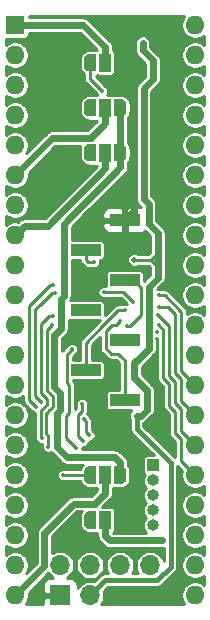
<source format=gbr>
G04 #@! TF.GenerationSoftware,KiCad,Pcbnew,(5.1.5)-3*
G04 #@! TF.CreationDate,2021-01-25T20:45:38-05:00*
G04 #@! TF.ProjectId,DIP40-XC9572XL,44495034-302d-4584-9339-353732584c2e,1*
G04 #@! TF.SameCoordinates,Original*
G04 #@! TF.FileFunction,Copper,L1,Top*
G04 #@! TF.FilePolarity,Positive*
%FSLAX46Y46*%
G04 Gerber Fmt 4.6, Leading zero omitted, Abs format (unit mm)*
G04 Created by KiCad (PCBNEW (5.1.5)-3) date 2021-01-25 20:45:38*
%MOMM*%
%LPD*%
G04 APERTURE LIST*
%ADD10R,1.700000X1.700000*%
%ADD11O,1.700000X1.700000*%
%ADD12R,2.510000X1.000000*%
%ADD13R,1.000000X1.500000*%
%ADD14C,0.100000*%
%ADD15R,1.600000X1.600000*%
%ADD16O,1.600000X1.600000*%
%ADD17R,1.000000X1.000000*%
%ADD18O,1.000000X1.000000*%
%ADD19C,0.500000*%
%ADD20C,0.350000*%
%ADD21C,0.588000*%
%ADD22C,0.295000*%
%ADD23C,0.439000*%
%ADD24C,0.238000*%
G04 APERTURE END LIST*
D10*
X102870000Y-96520000D03*
D11*
X102870000Y-93980000D03*
X105410000Y-96520000D03*
X105410000Y-93980000D03*
X107950000Y-93980000D03*
X110490000Y-93980000D03*
D12*
X105025000Y-67310000D03*
X105025000Y-72390000D03*
X105025000Y-77470000D03*
X108335000Y-64770000D03*
X108335000Y-69850000D03*
X108335000Y-74930000D03*
X108335000Y-80010000D03*
D13*
X106680000Y-51435000D03*
G04 #@! TA.AperFunction,SMDPad,CuDef*
D14*
G36*
X107980000Y-50685602D02*
G01*
X108004534Y-50685602D01*
X108053365Y-50690412D01*
X108101490Y-50699984D01*
X108148445Y-50714228D01*
X108193778Y-50733005D01*
X108237051Y-50756136D01*
X108277850Y-50783396D01*
X108315779Y-50814524D01*
X108350476Y-50849221D01*
X108381604Y-50887150D01*
X108408864Y-50927949D01*
X108431995Y-50971222D01*
X108450772Y-51016555D01*
X108465016Y-51063510D01*
X108474588Y-51111635D01*
X108479398Y-51160466D01*
X108479398Y-51185000D01*
X108480000Y-51185000D01*
X108480000Y-51685000D01*
X108479398Y-51685000D01*
X108479398Y-51709534D01*
X108474588Y-51758365D01*
X108465016Y-51806490D01*
X108450772Y-51853445D01*
X108431995Y-51898778D01*
X108408864Y-51942051D01*
X108381604Y-51982850D01*
X108350476Y-52020779D01*
X108315779Y-52055476D01*
X108277850Y-52086604D01*
X108237051Y-52113864D01*
X108193778Y-52136995D01*
X108148445Y-52155772D01*
X108101490Y-52170016D01*
X108053365Y-52179588D01*
X108004534Y-52184398D01*
X107980000Y-52184398D01*
X107980000Y-52185000D01*
X107430000Y-52185000D01*
X107430000Y-50685000D01*
X107980000Y-50685000D01*
X107980000Y-50685602D01*
G37*
G04 #@! TD.AperFunction*
G04 #@! TA.AperFunction,SMDPad,CuDef*
G36*
X105930000Y-52185000D02*
G01*
X105380000Y-52185000D01*
X105380000Y-52184398D01*
X105355466Y-52184398D01*
X105306635Y-52179588D01*
X105258510Y-52170016D01*
X105211555Y-52155772D01*
X105166222Y-52136995D01*
X105122949Y-52113864D01*
X105082150Y-52086604D01*
X105044221Y-52055476D01*
X105009524Y-52020779D01*
X104978396Y-51982850D01*
X104951136Y-51942051D01*
X104928005Y-51898778D01*
X104909228Y-51853445D01*
X104894984Y-51806490D01*
X104885412Y-51758365D01*
X104880602Y-51709534D01*
X104880602Y-51685000D01*
X104880000Y-51685000D01*
X104880000Y-51185000D01*
X104880602Y-51185000D01*
X104880602Y-51160466D01*
X104885412Y-51111635D01*
X104894984Y-51063510D01*
X104909228Y-51016555D01*
X104928005Y-50971222D01*
X104951136Y-50927949D01*
X104978396Y-50887150D01*
X105009524Y-50849221D01*
X105044221Y-50814524D01*
X105082150Y-50783396D01*
X105122949Y-50756136D01*
X105166222Y-50733005D01*
X105211555Y-50714228D01*
X105258510Y-50699984D01*
X105306635Y-50690412D01*
X105355466Y-50685602D01*
X105380000Y-50685602D01*
X105380000Y-50685000D01*
X105930000Y-50685000D01*
X105930000Y-52185000D01*
G37*
G04 #@! TD.AperFunction*
D13*
X106680000Y-55245000D03*
G04 #@! TA.AperFunction,SMDPad,CuDef*
D14*
G36*
X107980000Y-54495602D02*
G01*
X108004534Y-54495602D01*
X108053365Y-54500412D01*
X108101490Y-54509984D01*
X108148445Y-54524228D01*
X108193778Y-54543005D01*
X108237051Y-54566136D01*
X108277850Y-54593396D01*
X108315779Y-54624524D01*
X108350476Y-54659221D01*
X108381604Y-54697150D01*
X108408864Y-54737949D01*
X108431995Y-54781222D01*
X108450772Y-54826555D01*
X108465016Y-54873510D01*
X108474588Y-54921635D01*
X108479398Y-54970466D01*
X108479398Y-54995000D01*
X108480000Y-54995000D01*
X108480000Y-55495000D01*
X108479398Y-55495000D01*
X108479398Y-55519534D01*
X108474588Y-55568365D01*
X108465016Y-55616490D01*
X108450772Y-55663445D01*
X108431995Y-55708778D01*
X108408864Y-55752051D01*
X108381604Y-55792850D01*
X108350476Y-55830779D01*
X108315779Y-55865476D01*
X108277850Y-55896604D01*
X108237051Y-55923864D01*
X108193778Y-55946995D01*
X108148445Y-55965772D01*
X108101490Y-55980016D01*
X108053365Y-55989588D01*
X108004534Y-55994398D01*
X107980000Y-55994398D01*
X107980000Y-55995000D01*
X107430000Y-55995000D01*
X107430000Y-54495000D01*
X107980000Y-54495000D01*
X107980000Y-54495602D01*
G37*
G04 #@! TD.AperFunction*
G04 #@! TA.AperFunction,SMDPad,CuDef*
G36*
X105930000Y-55995000D02*
G01*
X105380000Y-55995000D01*
X105380000Y-55994398D01*
X105355466Y-55994398D01*
X105306635Y-55989588D01*
X105258510Y-55980016D01*
X105211555Y-55965772D01*
X105166222Y-55946995D01*
X105122949Y-55923864D01*
X105082150Y-55896604D01*
X105044221Y-55865476D01*
X105009524Y-55830779D01*
X104978396Y-55792850D01*
X104951136Y-55752051D01*
X104928005Y-55708778D01*
X104909228Y-55663445D01*
X104894984Y-55616490D01*
X104885412Y-55568365D01*
X104880602Y-55519534D01*
X104880602Y-55495000D01*
X104880000Y-55495000D01*
X104880000Y-54995000D01*
X104880602Y-54995000D01*
X104880602Y-54970466D01*
X104885412Y-54921635D01*
X104894984Y-54873510D01*
X104909228Y-54826555D01*
X104928005Y-54781222D01*
X104951136Y-54737949D01*
X104978396Y-54697150D01*
X105009524Y-54659221D01*
X105044221Y-54624524D01*
X105082150Y-54593396D01*
X105122949Y-54566136D01*
X105166222Y-54543005D01*
X105211555Y-54524228D01*
X105258510Y-54509984D01*
X105306635Y-54500412D01*
X105355466Y-54495602D01*
X105380000Y-54495602D01*
X105380000Y-54495000D01*
X105930000Y-54495000D01*
X105930000Y-55995000D01*
G37*
G04 #@! TD.AperFunction*
G04 #@! TA.AperFunction,SMDPad,CuDef*
G36*
X105930000Y-59805000D02*
G01*
X105380000Y-59805000D01*
X105380000Y-59804398D01*
X105355466Y-59804398D01*
X105306635Y-59799588D01*
X105258510Y-59790016D01*
X105211555Y-59775772D01*
X105166222Y-59756995D01*
X105122949Y-59733864D01*
X105082150Y-59706604D01*
X105044221Y-59675476D01*
X105009524Y-59640779D01*
X104978396Y-59602850D01*
X104951136Y-59562051D01*
X104928005Y-59518778D01*
X104909228Y-59473445D01*
X104894984Y-59426490D01*
X104885412Y-59378365D01*
X104880602Y-59329534D01*
X104880602Y-59305000D01*
X104880000Y-59305000D01*
X104880000Y-58805000D01*
X104880602Y-58805000D01*
X104880602Y-58780466D01*
X104885412Y-58731635D01*
X104894984Y-58683510D01*
X104909228Y-58636555D01*
X104928005Y-58591222D01*
X104951136Y-58547949D01*
X104978396Y-58507150D01*
X105009524Y-58469221D01*
X105044221Y-58434524D01*
X105082150Y-58403396D01*
X105122949Y-58376136D01*
X105166222Y-58353005D01*
X105211555Y-58334228D01*
X105258510Y-58319984D01*
X105306635Y-58310412D01*
X105355466Y-58305602D01*
X105380000Y-58305602D01*
X105380000Y-58305000D01*
X105930000Y-58305000D01*
X105930000Y-59805000D01*
G37*
G04 #@! TD.AperFunction*
G04 #@! TA.AperFunction,SMDPad,CuDef*
G36*
X107980000Y-58305602D02*
G01*
X108004534Y-58305602D01*
X108053365Y-58310412D01*
X108101490Y-58319984D01*
X108148445Y-58334228D01*
X108193778Y-58353005D01*
X108237051Y-58376136D01*
X108277850Y-58403396D01*
X108315779Y-58434524D01*
X108350476Y-58469221D01*
X108381604Y-58507150D01*
X108408864Y-58547949D01*
X108431995Y-58591222D01*
X108450772Y-58636555D01*
X108465016Y-58683510D01*
X108474588Y-58731635D01*
X108479398Y-58780466D01*
X108479398Y-58805000D01*
X108480000Y-58805000D01*
X108480000Y-59305000D01*
X108479398Y-59305000D01*
X108479398Y-59329534D01*
X108474588Y-59378365D01*
X108465016Y-59426490D01*
X108450772Y-59473445D01*
X108431995Y-59518778D01*
X108408864Y-59562051D01*
X108381604Y-59602850D01*
X108350476Y-59640779D01*
X108315779Y-59675476D01*
X108277850Y-59706604D01*
X108237051Y-59733864D01*
X108193778Y-59756995D01*
X108148445Y-59775772D01*
X108101490Y-59790016D01*
X108053365Y-59799588D01*
X108004534Y-59804398D01*
X107980000Y-59804398D01*
X107980000Y-59805000D01*
X107430000Y-59805000D01*
X107430000Y-58305000D01*
X107980000Y-58305000D01*
X107980000Y-58305602D01*
G37*
G04 #@! TD.AperFunction*
D13*
X106680000Y-59055000D03*
G04 #@! TA.AperFunction,SMDPad,CuDef*
D14*
G36*
X105930000Y-87110000D02*
G01*
X105380000Y-87110000D01*
X105380000Y-87109398D01*
X105355466Y-87109398D01*
X105306635Y-87104588D01*
X105258510Y-87095016D01*
X105211555Y-87080772D01*
X105166222Y-87061995D01*
X105122949Y-87038864D01*
X105082150Y-87011604D01*
X105044221Y-86980476D01*
X105009524Y-86945779D01*
X104978396Y-86907850D01*
X104951136Y-86867051D01*
X104928005Y-86823778D01*
X104909228Y-86778445D01*
X104894984Y-86731490D01*
X104885412Y-86683365D01*
X104880602Y-86634534D01*
X104880602Y-86610000D01*
X104880000Y-86610000D01*
X104880000Y-86110000D01*
X104880602Y-86110000D01*
X104880602Y-86085466D01*
X104885412Y-86036635D01*
X104894984Y-85988510D01*
X104909228Y-85941555D01*
X104928005Y-85896222D01*
X104951136Y-85852949D01*
X104978396Y-85812150D01*
X105009524Y-85774221D01*
X105044221Y-85739524D01*
X105082150Y-85708396D01*
X105122949Y-85681136D01*
X105166222Y-85658005D01*
X105211555Y-85639228D01*
X105258510Y-85624984D01*
X105306635Y-85615412D01*
X105355466Y-85610602D01*
X105380000Y-85610602D01*
X105380000Y-85610000D01*
X105930000Y-85610000D01*
X105930000Y-87110000D01*
G37*
G04 #@! TD.AperFunction*
G04 #@! TA.AperFunction,SMDPad,CuDef*
G36*
X107980000Y-85610602D02*
G01*
X108004534Y-85610602D01*
X108053365Y-85615412D01*
X108101490Y-85624984D01*
X108148445Y-85639228D01*
X108193778Y-85658005D01*
X108237051Y-85681136D01*
X108277850Y-85708396D01*
X108315779Y-85739524D01*
X108350476Y-85774221D01*
X108381604Y-85812150D01*
X108408864Y-85852949D01*
X108431995Y-85896222D01*
X108450772Y-85941555D01*
X108465016Y-85988510D01*
X108474588Y-86036635D01*
X108479398Y-86085466D01*
X108479398Y-86110000D01*
X108480000Y-86110000D01*
X108480000Y-86610000D01*
X108479398Y-86610000D01*
X108479398Y-86634534D01*
X108474588Y-86683365D01*
X108465016Y-86731490D01*
X108450772Y-86778445D01*
X108431995Y-86823778D01*
X108408864Y-86867051D01*
X108381604Y-86907850D01*
X108350476Y-86945779D01*
X108315779Y-86980476D01*
X108277850Y-87011604D01*
X108237051Y-87038864D01*
X108193778Y-87061995D01*
X108148445Y-87080772D01*
X108101490Y-87095016D01*
X108053365Y-87104588D01*
X108004534Y-87109398D01*
X107980000Y-87109398D01*
X107980000Y-87110000D01*
X107430000Y-87110000D01*
X107430000Y-85610000D01*
X107980000Y-85610000D01*
X107980000Y-85610602D01*
G37*
G04 #@! TD.AperFunction*
D13*
X106680000Y-86360000D03*
G04 #@! TA.AperFunction,SMDPad,CuDef*
D14*
G36*
X105930000Y-90920000D02*
G01*
X105380000Y-90920000D01*
X105380000Y-90919398D01*
X105355466Y-90919398D01*
X105306635Y-90914588D01*
X105258510Y-90905016D01*
X105211555Y-90890772D01*
X105166222Y-90871995D01*
X105122949Y-90848864D01*
X105082150Y-90821604D01*
X105044221Y-90790476D01*
X105009524Y-90755779D01*
X104978396Y-90717850D01*
X104951136Y-90677051D01*
X104928005Y-90633778D01*
X104909228Y-90588445D01*
X104894984Y-90541490D01*
X104885412Y-90493365D01*
X104880602Y-90444534D01*
X104880602Y-90420000D01*
X104880000Y-90420000D01*
X104880000Y-89920000D01*
X104880602Y-89920000D01*
X104880602Y-89895466D01*
X104885412Y-89846635D01*
X104894984Y-89798510D01*
X104909228Y-89751555D01*
X104928005Y-89706222D01*
X104951136Y-89662949D01*
X104978396Y-89622150D01*
X105009524Y-89584221D01*
X105044221Y-89549524D01*
X105082150Y-89518396D01*
X105122949Y-89491136D01*
X105166222Y-89468005D01*
X105211555Y-89449228D01*
X105258510Y-89434984D01*
X105306635Y-89425412D01*
X105355466Y-89420602D01*
X105380000Y-89420602D01*
X105380000Y-89420000D01*
X105930000Y-89420000D01*
X105930000Y-90920000D01*
G37*
G04 #@! TD.AperFunction*
G04 #@! TA.AperFunction,SMDPad,CuDef*
G36*
X107980000Y-89420602D02*
G01*
X108004534Y-89420602D01*
X108053365Y-89425412D01*
X108101490Y-89434984D01*
X108148445Y-89449228D01*
X108193778Y-89468005D01*
X108237051Y-89491136D01*
X108277850Y-89518396D01*
X108315779Y-89549524D01*
X108350476Y-89584221D01*
X108381604Y-89622150D01*
X108408864Y-89662949D01*
X108431995Y-89706222D01*
X108450772Y-89751555D01*
X108465016Y-89798510D01*
X108474588Y-89846635D01*
X108479398Y-89895466D01*
X108479398Y-89920000D01*
X108480000Y-89920000D01*
X108480000Y-90420000D01*
X108479398Y-90420000D01*
X108479398Y-90444534D01*
X108474588Y-90493365D01*
X108465016Y-90541490D01*
X108450772Y-90588445D01*
X108431995Y-90633778D01*
X108408864Y-90677051D01*
X108381604Y-90717850D01*
X108350476Y-90755779D01*
X108315779Y-90790476D01*
X108277850Y-90821604D01*
X108237051Y-90848864D01*
X108193778Y-90871995D01*
X108148445Y-90890772D01*
X108101490Y-90905016D01*
X108053365Y-90914588D01*
X108004534Y-90919398D01*
X107980000Y-90919398D01*
X107980000Y-90920000D01*
X107430000Y-90920000D01*
X107430000Y-89420000D01*
X107980000Y-89420000D01*
X107980000Y-89420602D01*
G37*
G04 #@! TD.AperFunction*
D13*
X106680000Y-90170000D03*
D15*
X99060000Y-48260000D03*
D16*
X114300000Y-96520000D03*
X99060000Y-50800000D03*
X114300000Y-93980000D03*
X99060000Y-53340000D03*
X114300000Y-91440000D03*
X99060000Y-55880000D03*
X114300000Y-88900000D03*
X99060000Y-58420000D03*
X114300000Y-86360000D03*
X99060000Y-60960000D03*
X114300000Y-83820000D03*
X99060000Y-63500000D03*
X114300000Y-81280000D03*
X99060000Y-66040000D03*
X114300000Y-78740000D03*
X99060000Y-68580000D03*
X114300000Y-76200000D03*
X99060000Y-71120000D03*
X114300000Y-73660000D03*
X99060000Y-73660000D03*
X114300000Y-71120000D03*
X99060000Y-76200000D03*
X114300000Y-68580000D03*
X99060000Y-78740000D03*
X114300000Y-66040000D03*
X99060000Y-81280000D03*
X114300000Y-63500000D03*
X99060000Y-83820000D03*
X114300000Y-60960000D03*
X99060000Y-86360000D03*
X114300000Y-58420000D03*
X99060000Y-88900000D03*
X114300000Y-55880000D03*
X99060000Y-91440000D03*
X114300000Y-53340000D03*
X99060000Y-93980000D03*
X114300000Y-50800000D03*
X99060000Y-96520000D03*
X114300000Y-48260000D03*
D17*
X110744000Y-85534500D03*
D18*
X110744000Y-86804500D03*
X110744000Y-88074500D03*
X110744000Y-89344500D03*
X110744000Y-90614500D03*
D19*
X108077000Y-54991000D03*
X109855000Y-51825000D03*
X108974010Y-83193010D03*
X107980000Y-90170000D03*
X105854500Y-75438000D03*
X106870500Y-76708000D03*
X104965500Y-70866000D03*
X104140000Y-69723000D03*
D20*
X111061500Y-74866500D03*
X110109000Y-82169000D03*
X101346000Y-49847500D03*
X102679500Y-54356000D03*
X103441500Y-60896500D03*
X104965500Y-73914000D03*
X102362000Y-88836500D03*
X103632000Y-90868500D03*
X109537500Y-96520000D03*
X104139501Y-95250499D03*
X109601000Y-84518500D03*
X112458500Y-65849500D03*
X106870500Y-68961000D03*
X111442500Y-78994000D03*
D19*
X109347000Y-81343500D03*
X109855000Y-49775000D03*
X111146990Y-69637510D03*
X109220000Y-76708000D03*
X109156500Y-68135500D03*
D20*
X105740200Y-68326000D03*
X109029500Y-71691500D03*
X106553000Y-70866000D03*
X106045000Y-72644000D03*
X108394500Y-72390000D03*
X108521500Y-73723500D03*
X107315000Y-74676000D03*
X107950000Y-73279000D03*
X103886000Y-75692000D03*
X104203500Y-84074000D03*
X104711500Y-80327500D03*
X104775000Y-83502500D03*
X104870250Y-81629250D03*
X105346500Y-82994500D03*
D19*
X111506000Y-91884500D03*
D20*
X106430000Y-53852000D03*
X105664000Y-55753000D03*
X105664000Y-59563000D03*
X103124000Y-86360000D03*
X105156000Y-89789000D03*
X111061500Y-74231500D03*
X111234490Y-71137510D03*
X111245510Y-72142490D03*
X111184891Y-72838109D03*
X111210990Y-73637510D03*
X102298500Y-70294500D03*
X100806250Y-80549750D03*
X102425500Y-70929500D03*
X101219000Y-80137000D03*
X102235000Y-72898000D03*
X101314250Y-83216750D03*
X102217490Y-73642490D03*
X101854000Y-83947000D03*
D21*
X107980000Y-55245000D02*
X107980000Y-59055000D01*
X107980000Y-85310500D02*
X107980000Y-86360000D01*
X107505500Y-84836000D02*
X107980000Y-85310500D01*
X103441500Y-84836000D02*
X107505500Y-84836000D01*
X102616000Y-84010500D02*
X103441500Y-84836000D01*
X102933500Y-71437500D02*
X102933500Y-73977500D01*
X103187500Y-71183500D02*
X102933500Y-71437500D01*
X107980000Y-59055000D02*
X107980000Y-60295000D01*
X107980000Y-60295000D02*
X103187500Y-65087500D01*
X102393040Y-74517960D02*
X102393040Y-78930458D01*
X102393040Y-78930458D02*
X102878021Y-79415438D01*
X102878021Y-79415438D02*
X102878021Y-80847260D01*
X103187500Y-65087500D02*
X103187500Y-71183500D01*
X102878021Y-80847260D02*
X102616000Y-81109281D01*
X102933500Y-73977500D02*
X102393040Y-74517960D01*
X102616000Y-81109281D02*
X102616000Y-84010500D01*
X109465000Y-51435000D02*
X109855000Y-51825000D01*
X107980000Y-51435000D02*
X109465000Y-51435000D01*
X108906500Y-64198500D02*
X108335000Y-64770000D01*
X109156500Y-64198500D02*
X108906500Y-64198500D01*
X109156500Y-53276500D02*
X109156500Y-64198500D01*
X109855000Y-51825000D02*
X109855000Y-52578000D01*
X109855000Y-52578000D02*
X109156500Y-53276500D01*
X108974010Y-89175990D02*
X108974010Y-83193010D01*
X107980000Y-90170000D02*
X107980000Y-90170000D01*
X108974010Y-83193010D02*
X108974010Y-83193010D01*
X107980000Y-90170000D02*
X108974010Y-89175990D01*
X108974010Y-83193010D02*
X106553000Y-80772000D01*
X106553000Y-80772000D02*
X106553000Y-78930500D01*
X106553000Y-78930500D02*
X106807000Y-78676500D01*
X106807000Y-78676500D02*
X106807000Y-77470000D01*
X106807000Y-76607798D02*
X106589702Y-76390500D01*
X106807000Y-77470000D02*
X106807000Y-76607798D01*
X106589702Y-76390500D02*
X106235500Y-76390500D01*
X106235500Y-76390500D02*
X105854500Y-76009500D01*
X105854500Y-76009500D02*
X105854500Y-75438000D01*
X105854500Y-75438000D02*
X105854500Y-75438000D01*
X108335000Y-64770000D02*
X108335000Y-65858000D01*
X104965500Y-70167500D02*
X104965500Y-70866000D01*
X104965500Y-70866000D02*
X104965500Y-70866000D01*
X108335000Y-66798000D02*
X108335000Y-65858000D01*
X104140000Y-70040500D02*
X104965500Y-70866000D01*
X104140000Y-69723000D02*
X104140000Y-70040500D01*
X104493553Y-69723000D02*
X105410000Y-69723000D01*
X104140000Y-69723000D02*
X104493553Y-69723000D01*
X104965500Y-70167500D02*
X105410000Y-69723000D01*
X105410000Y-69723000D02*
X108335000Y-66798000D01*
D22*
X111061500Y-74866500D02*
X111061500Y-81216500D01*
X111061500Y-81216500D02*
X110109000Y-82169000D01*
X110109000Y-82169000D02*
X110109000Y-82169000D01*
D21*
X110749001Y-51244001D02*
X110749001Y-52806966D01*
X109855000Y-49775000D02*
X109855000Y-50350000D01*
X109855000Y-50350000D02*
X110749001Y-51244001D01*
X110088967Y-53487033D02*
X109944510Y-53631490D01*
X110749001Y-52806966D02*
X110088967Y-53467000D01*
X110088967Y-53467000D02*
X110088967Y-53487033D01*
X109944510Y-53631490D02*
X109944510Y-62992000D01*
X109944510Y-62992000D02*
X110363000Y-63410490D01*
X110363000Y-63410490D02*
X110363000Y-65087500D01*
X110363000Y-65087500D02*
X111146990Y-65871490D01*
D23*
X105410000Y-96520000D02*
X106680499Y-95249501D01*
X110616501Y-95249501D02*
X110617000Y-95250000D01*
X106680499Y-95249501D02*
X110616501Y-95249501D01*
X112219510Y-94129352D02*
X112219510Y-85295510D01*
X110616501Y-95249501D02*
X111099361Y-95249501D01*
X111099361Y-95249501D02*
X112219510Y-94129352D01*
X112219510Y-85295510D02*
X109347000Y-82423000D01*
X109347000Y-82423000D02*
X109347000Y-81343500D01*
D21*
X110392499Y-70392001D02*
X111146990Y-69637510D01*
X110392499Y-75662501D02*
X110392499Y-70392001D01*
X109700553Y-81343500D02*
X110236000Y-80808053D01*
X109347000Y-81343500D02*
X109700553Y-81343500D01*
X110236000Y-80808053D02*
X110236000Y-79184500D01*
X109156500Y-78105000D02*
X109156500Y-76898500D01*
X109156500Y-76898500D02*
X110392499Y-75662501D01*
X110236000Y-79184500D02*
X109156500Y-78105000D01*
D22*
X110578900Y-68135500D02*
X111150400Y-68707000D01*
X109156500Y-68135500D02*
X110578900Y-68135500D01*
D21*
X111150400Y-68707000D02*
X111146990Y-69637510D01*
D22*
X110578900Y-68135500D02*
X111150400Y-67564000D01*
D21*
X111146990Y-65871490D02*
X111150400Y-67564000D01*
X111150400Y-67564000D02*
X111150400Y-68707000D01*
D22*
X105025000Y-68105000D02*
X105246000Y-68326000D01*
X105025000Y-67310000D02*
X105025000Y-68105000D01*
X105246000Y-68326000D02*
X105740200Y-68326000D01*
X105740200Y-68326000D02*
X105740200Y-68326000D01*
X108204000Y-70866000D02*
X109029500Y-71691500D01*
X106553000Y-70866000D02*
X108204000Y-70866000D01*
X105025000Y-77470000D02*
X105025000Y-76675000D01*
X105025000Y-76675000D02*
X105025000Y-76069000D01*
X105025000Y-75159449D02*
X106527460Y-73656989D01*
X105025000Y-76069000D02*
X105025000Y-75159449D01*
X106527460Y-73656989D02*
X106792725Y-73391725D01*
X106792725Y-73391725D02*
X107794450Y-72390000D01*
X107794450Y-72390000D02*
X108267500Y-72390000D01*
X108267500Y-72390000D02*
X108394500Y-72390000D01*
X108394500Y-72390000D02*
X108394500Y-72390000D01*
X109093000Y-69850000D02*
X108335000Y-69850000D01*
X109728000Y-70485000D02*
X109093000Y-69850000D01*
X109728000Y-72764487D02*
X109728000Y-70485000D01*
X108768987Y-73723500D02*
X109728000Y-72764487D01*
X108521500Y-73723500D02*
X108768987Y-73723500D01*
X108335000Y-79215000D02*
X108331000Y-79211000D01*
X108335000Y-80010000D02*
X108335000Y-79215000D01*
X108331000Y-79211000D02*
X108331000Y-76644500D01*
X108331000Y-76644500D02*
X107950000Y-76263500D01*
X107950000Y-76263500D02*
X107759500Y-76073000D01*
X107179434Y-76073000D02*
X106732499Y-75626065D01*
X107759500Y-76073000D02*
X107179434Y-76073000D01*
X106732499Y-75626065D02*
X106732499Y-74993500D01*
X106732499Y-74151999D02*
X107224498Y-73660000D01*
X106732499Y-74993500D02*
X106732499Y-74151999D01*
X107224498Y-73660000D02*
X107569000Y-73660000D01*
X107569000Y-73660000D02*
X107950000Y-73279000D01*
X107950000Y-73279000D02*
X107950000Y-73279000D01*
X104203500Y-84074000D02*
X104203500Y-84074000D01*
X103892510Y-83763010D02*
X104203500Y-84074000D01*
X103378000Y-83248500D02*
X103892510Y-83763010D01*
X103378000Y-81343500D02*
X103378000Y-83248500D01*
X103422499Y-76155501D02*
X103422499Y-78546233D01*
X103886000Y-75692000D02*
X103422499Y-76155501D01*
X103645020Y-78768754D02*
X103645020Y-81076480D01*
X103422499Y-78546233D02*
X103645020Y-78768754D01*
X103645020Y-81076480D02*
X103378000Y-81343500D01*
X104347749Y-81262751D02*
X104347749Y-83075249D01*
X104711500Y-80327500D02*
X104711500Y-80899000D01*
X104711500Y-80899000D02*
X104347749Y-81262751D01*
X104347749Y-83075249D02*
X104775000Y-83502500D01*
X104775000Y-83502500D02*
X104775000Y-83502500D01*
X105045249Y-81804249D02*
X105045249Y-82693249D01*
X104870250Y-81629250D02*
X105045249Y-81804249D01*
X105045249Y-82693249D02*
X105346500Y-82994500D01*
X105346500Y-82994500D02*
X105346500Y-82994500D01*
D21*
X106680000Y-50097000D02*
X106680000Y-51435000D01*
X104843000Y-48260000D02*
X106680000Y-50097000D01*
X99060000Y-48260000D02*
X104843000Y-48260000D01*
X106680000Y-91508000D02*
X107056500Y-91884500D01*
X106680000Y-90170000D02*
X106680000Y-91508000D01*
X107056500Y-91884500D02*
X110617000Y-91884500D01*
X110617000Y-91884500D02*
X111506000Y-91884500D01*
X111506000Y-91884500D02*
X111506000Y-91884500D01*
X106680000Y-56583000D02*
X106680000Y-55245000D01*
X105452010Y-57810990D02*
X106680000Y-56583000D01*
X102209010Y-57810990D02*
X105452010Y-57810990D01*
X99060000Y-60960000D02*
X102209010Y-57810990D01*
X106680000Y-60393000D02*
X106680000Y-59055000D01*
X99859999Y-65240001D02*
X101832999Y-65240001D01*
X101832999Y-65240001D02*
X106680000Y-60393000D01*
X99060000Y-66040000D02*
X99859999Y-65240001D01*
X106680000Y-87058638D02*
X106680000Y-86360000D01*
X106680000Y-87884000D02*
X106680000Y-87058638D01*
X101525999Y-94054001D02*
X101525999Y-91260001D01*
X99060000Y-96520000D02*
X101525999Y-94054001D01*
X101525999Y-91260001D02*
X104013000Y-88773000D01*
X104013000Y-88773000D02*
X105791000Y-88773000D01*
X105791000Y-88773000D02*
X106680000Y-87884000D01*
D22*
X105380000Y-52802000D02*
X106430000Y-53852000D01*
X105380000Y-51435000D02*
X105380000Y-52802000D01*
X105380000Y-86360000D02*
X104880000Y-86360000D01*
X104880000Y-86360000D02*
X103632000Y-86360000D01*
X103632000Y-86360000D02*
X103441500Y-86360000D01*
X103441500Y-86360000D02*
X103124000Y-86360000D01*
X103124000Y-86360000D02*
X103124000Y-86360000D01*
X114300000Y-78740000D02*
X113093500Y-77533500D01*
X113093500Y-77533500D02*
X113093500Y-72517000D01*
X111714010Y-71137510D02*
X113093500Y-72517000D01*
X111234490Y-71137510D02*
X111714010Y-71137510D01*
X113091952Y-80071952D02*
X114300000Y-81280000D01*
X112018942Y-72142490D02*
X112598490Y-72722038D01*
X112598490Y-77738539D02*
X113091952Y-78232000D01*
X111245510Y-72142490D02*
X112018942Y-72142490D01*
X112598490Y-72722038D02*
X112598490Y-77738539D01*
X113091952Y-78232000D02*
X113091952Y-80071952D01*
X113093500Y-82613500D02*
X114300000Y-83820000D01*
X113093500Y-80773548D02*
X113093500Y-82613500D01*
X112596942Y-80276991D02*
X113093500Y-80773548D01*
X112103480Y-77943578D02*
X112596942Y-78437040D01*
X112103480Y-73755993D02*
X112103480Y-77943578D01*
X112596942Y-78437040D02*
X112596942Y-80276991D01*
X112102775Y-73755993D02*
X111184891Y-72838109D01*
X112103480Y-73755993D02*
X112102775Y-73755993D01*
X113093500Y-83313548D02*
X113093500Y-85153500D01*
X112598490Y-82818539D02*
X113093500Y-83313548D01*
X112598490Y-80978588D02*
X112598490Y-82818539D01*
X111608470Y-74034990D02*
X111608470Y-78148617D01*
X112101932Y-78642078D02*
X112101932Y-80482030D01*
X113093500Y-85153500D02*
X114300000Y-86360000D01*
X111210990Y-73637510D02*
X111608470Y-74034990D01*
X112101932Y-80482030D02*
X112598490Y-80978588D01*
X111608470Y-78148617D02*
X112101932Y-78642078D01*
X102051013Y-70294500D02*
X102298500Y-70294500D01*
X100266500Y-72079013D02*
X102051013Y-70294500D01*
X100806250Y-80549750D02*
X100266500Y-80010000D01*
X100266500Y-80010000D02*
X100266500Y-72079013D01*
X100825010Y-79743010D02*
X101219000Y-80137000D01*
X100761510Y-79679510D02*
X100825010Y-79743010D01*
X100774500Y-72390000D02*
X100761510Y-72402990D01*
X102178013Y-70929500D02*
X101168490Y-71939023D01*
X102425500Y-70929500D02*
X102178013Y-70929500D01*
X100774500Y-72326500D02*
X100774500Y-72390000D01*
X101168490Y-71939023D02*
X101161977Y-71939023D01*
X100761510Y-72402990D02*
X100761510Y-79679510D01*
X101161977Y-71939023D02*
X100774500Y-72326500D01*
X101917500Y-72898000D02*
X101269510Y-73545990D01*
X102235000Y-72898000D02*
X101917500Y-72898000D01*
X101269510Y-73609490D02*
X101256520Y-73622480D01*
X101269510Y-73545990D02*
X101269510Y-73609490D01*
X101741501Y-79886199D02*
X101741501Y-80376499D01*
X101256520Y-73622480D02*
X101256520Y-79401218D01*
X101256520Y-79401218D02*
X101741501Y-79886199D01*
X101741501Y-80376499D02*
X101219000Y-80899000D01*
X101219000Y-80899000D02*
X101219000Y-83121500D01*
X101219000Y-83121500D02*
X101314250Y-83216750D01*
X101764520Y-74095460D02*
X101764520Y-74130480D01*
X102217490Y-73642490D02*
X101764520Y-74095460D01*
X101764520Y-74130480D02*
X101751530Y-74143470D01*
X101751530Y-74143470D02*
X101751530Y-78689728D01*
X102236511Y-80581538D02*
X101946540Y-80871509D01*
X102236511Y-79681160D02*
X102236511Y-80581538D01*
X101751530Y-78689728D02*
X101751530Y-79196180D01*
X101751530Y-79196180D02*
X102236511Y-79681160D01*
X101946540Y-80871509D02*
X101727774Y-81090274D01*
X101727774Y-81090274D02*
X101714010Y-81104038D01*
X101714010Y-82843208D02*
X101854000Y-82983198D01*
X101714010Y-81104038D02*
X101714010Y-82843208D01*
X101854000Y-82983198D02*
X101854000Y-83947000D01*
X101854000Y-83947000D02*
X101854000Y-83947000D01*
D24*
G36*
X101932462Y-94749418D02*
G01*
X102100582Y-94917538D01*
X102285973Y-95041412D01*
X102020000Y-95039966D01*
X101897086Y-95052072D01*
X101778896Y-95087924D01*
X101669972Y-95146146D01*
X101574499Y-95224499D01*
X101496146Y-95319972D01*
X101437924Y-95428896D01*
X101402072Y-95547086D01*
X101389966Y-95670000D01*
X101393000Y-96228250D01*
X101549750Y-96385000D01*
X102735000Y-96385000D01*
X102735000Y-96365000D01*
X103005000Y-96365000D01*
X103005000Y-96385000D01*
X103025000Y-96385000D01*
X103025000Y-96655000D01*
X103005000Y-96655000D01*
X103005000Y-96675000D01*
X102735000Y-96675000D01*
X102735000Y-96655000D01*
X101549750Y-96655000D01*
X101393000Y-96811750D01*
X101390586Y-97256000D01*
X99959732Y-97256000D01*
X100085320Y-97068045D01*
X100172537Y-96857484D01*
X100217000Y-96633955D01*
X100217000Y-96406045D01*
X100196694Y-96303959D01*
X101859873Y-94640780D01*
X101932462Y-94749418D01*
G37*
X101932462Y-94749418D02*
X102100582Y-94917538D01*
X102285973Y-95041412D01*
X102020000Y-95039966D01*
X101897086Y-95052072D01*
X101778896Y-95087924D01*
X101669972Y-95146146D01*
X101574499Y-95224499D01*
X101496146Y-95319972D01*
X101437924Y-95428896D01*
X101402072Y-95547086D01*
X101389966Y-95670000D01*
X101393000Y-96228250D01*
X101549750Y-96385000D01*
X102735000Y-96385000D01*
X102735000Y-96365000D01*
X103005000Y-96365000D01*
X103005000Y-96385000D01*
X103025000Y-96385000D01*
X103025000Y-96655000D01*
X103005000Y-96655000D01*
X103005000Y-96675000D01*
X102735000Y-96675000D01*
X102735000Y-96655000D01*
X101549750Y-96655000D01*
X101393000Y-96811750D01*
X101390586Y-97256000D01*
X99959732Y-97256000D01*
X100085320Y-97068045D01*
X100172537Y-96857484D01*
X100217000Y-96633955D01*
X100217000Y-96406045D01*
X100196694Y-96303959D01*
X101859873Y-94640780D01*
X101932462Y-94749418D01*
G36*
X113205500Y-85978970D02*
G01*
X113187463Y-86022516D01*
X113143000Y-86246045D01*
X113143000Y-86473955D01*
X113187463Y-86697484D01*
X113274680Y-86908045D01*
X113401300Y-87097544D01*
X113562456Y-87258700D01*
X113751955Y-87385320D01*
X113962516Y-87472537D01*
X114186045Y-87517000D01*
X114413955Y-87517000D01*
X114637484Y-87472537D01*
X114848045Y-87385320D01*
X115036001Y-87259731D01*
X115036001Y-88000269D01*
X114848045Y-87874680D01*
X114637484Y-87787463D01*
X114413955Y-87743000D01*
X114186045Y-87743000D01*
X113962516Y-87787463D01*
X113751955Y-87874680D01*
X113562456Y-88001300D01*
X113401300Y-88162456D01*
X113274680Y-88351955D01*
X113187463Y-88562516D01*
X113143000Y-88786045D01*
X113143000Y-89013955D01*
X113187463Y-89237484D01*
X113274680Y-89448045D01*
X113401300Y-89637544D01*
X113562456Y-89798700D01*
X113751955Y-89925320D01*
X113962516Y-90012537D01*
X114186045Y-90057000D01*
X114413955Y-90057000D01*
X114637484Y-90012537D01*
X114848045Y-89925320D01*
X115036001Y-89799731D01*
X115036001Y-90540269D01*
X114848045Y-90414680D01*
X114637484Y-90327463D01*
X114413955Y-90283000D01*
X114186045Y-90283000D01*
X113962516Y-90327463D01*
X113751955Y-90414680D01*
X113562456Y-90541300D01*
X113401300Y-90702456D01*
X113274680Y-90891955D01*
X113187463Y-91102516D01*
X113143000Y-91326045D01*
X113143000Y-91553955D01*
X113187463Y-91777484D01*
X113274680Y-91988045D01*
X113401300Y-92177544D01*
X113562456Y-92338700D01*
X113751955Y-92465320D01*
X113962516Y-92552537D01*
X114186045Y-92597000D01*
X114413955Y-92597000D01*
X114637484Y-92552537D01*
X114848045Y-92465320D01*
X115036001Y-92339731D01*
X115036001Y-93080269D01*
X114848045Y-92954680D01*
X114637484Y-92867463D01*
X114413955Y-92823000D01*
X114186045Y-92823000D01*
X113962516Y-92867463D01*
X113751955Y-92954680D01*
X113562456Y-93081300D01*
X113401300Y-93242456D01*
X113274680Y-93431955D01*
X113187463Y-93642516D01*
X113143000Y-93866045D01*
X113143000Y-94093955D01*
X113187463Y-94317484D01*
X113274680Y-94528045D01*
X113401300Y-94717544D01*
X113562456Y-94878700D01*
X113751955Y-95005320D01*
X113962516Y-95092537D01*
X114186045Y-95137000D01*
X114413955Y-95137000D01*
X114637484Y-95092537D01*
X114848045Y-95005320D01*
X115036001Y-94879731D01*
X115036001Y-95620269D01*
X114848045Y-95494680D01*
X114637484Y-95407463D01*
X114413955Y-95363000D01*
X114186045Y-95363000D01*
X113962516Y-95407463D01*
X113751955Y-95494680D01*
X113562456Y-95621300D01*
X113401300Y-95782456D01*
X113274680Y-95971955D01*
X113187463Y-96182516D01*
X113143000Y-96406045D01*
X113143000Y-96633955D01*
X113187463Y-96857484D01*
X113274680Y-97068045D01*
X113400268Y-97256000D01*
X106369867Y-97256000D01*
X106479629Y-97091729D01*
X106570616Y-96872069D01*
X106617000Y-96638879D01*
X106617000Y-96401121D01*
X106571735Y-96173558D01*
X106919293Y-95826001D01*
X110583624Y-95826001D01*
X110617000Y-95829288D01*
X110650376Y-95826001D01*
X111071052Y-95826001D01*
X111099361Y-95828789D01*
X111127670Y-95826001D01*
X111127678Y-95826001D01*
X111212375Y-95817659D01*
X111321045Y-95784694D01*
X111421197Y-95731162D01*
X111508980Y-95659120D01*
X111527035Y-95637120D01*
X112607135Y-94557021D01*
X112629129Y-94538971D01*
X112701171Y-94451188D01*
X112754703Y-94351036D01*
X112787668Y-94242366D01*
X112796010Y-94157669D01*
X112796010Y-94157661D01*
X112798798Y-94129352D01*
X112796010Y-94101043D01*
X112796010Y-85569480D01*
X113205500Y-85978970D01*
G37*
X113205500Y-85978970D02*
X113187463Y-86022516D01*
X113143000Y-86246045D01*
X113143000Y-86473955D01*
X113187463Y-86697484D01*
X113274680Y-86908045D01*
X113401300Y-87097544D01*
X113562456Y-87258700D01*
X113751955Y-87385320D01*
X113962516Y-87472537D01*
X114186045Y-87517000D01*
X114413955Y-87517000D01*
X114637484Y-87472537D01*
X114848045Y-87385320D01*
X115036001Y-87259731D01*
X115036001Y-88000269D01*
X114848045Y-87874680D01*
X114637484Y-87787463D01*
X114413955Y-87743000D01*
X114186045Y-87743000D01*
X113962516Y-87787463D01*
X113751955Y-87874680D01*
X113562456Y-88001300D01*
X113401300Y-88162456D01*
X113274680Y-88351955D01*
X113187463Y-88562516D01*
X113143000Y-88786045D01*
X113143000Y-89013955D01*
X113187463Y-89237484D01*
X113274680Y-89448045D01*
X113401300Y-89637544D01*
X113562456Y-89798700D01*
X113751955Y-89925320D01*
X113962516Y-90012537D01*
X114186045Y-90057000D01*
X114413955Y-90057000D01*
X114637484Y-90012537D01*
X114848045Y-89925320D01*
X115036001Y-89799731D01*
X115036001Y-90540269D01*
X114848045Y-90414680D01*
X114637484Y-90327463D01*
X114413955Y-90283000D01*
X114186045Y-90283000D01*
X113962516Y-90327463D01*
X113751955Y-90414680D01*
X113562456Y-90541300D01*
X113401300Y-90702456D01*
X113274680Y-90891955D01*
X113187463Y-91102516D01*
X113143000Y-91326045D01*
X113143000Y-91553955D01*
X113187463Y-91777484D01*
X113274680Y-91988045D01*
X113401300Y-92177544D01*
X113562456Y-92338700D01*
X113751955Y-92465320D01*
X113962516Y-92552537D01*
X114186045Y-92597000D01*
X114413955Y-92597000D01*
X114637484Y-92552537D01*
X114848045Y-92465320D01*
X115036001Y-92339731D01*
X115036001Y-93080269D01*
X114848045Y-92954680D01*
X114637484Y-92867463D01*
X114413955Y-92823000D01*
X114186045Y-92823000D01*
X113962516Y-92867463D01*
X113751955Y-92954680D01*
X113562456Y-93081300D01*
X113401300Y-93242456D01*
X113274680Y-93431955D01*
X113187463Y-93642516D01*
X113143000Y-93866045D01*
X113143000Y-94093955D01*
X113187463Y-94317484D01*
X113274680Y-94528045D01*
X113401300Y-94717544D01*
X113562456Y-94878700D01*
X113751955Y-95005320D01*
X113962516Y-95092537D01*
X114186045Y-95137000D01*
X114413955Y-95137000D01*
X114637484Y-95092537D01*
X114848045Y-95005320D01*
X115036001Y-94879731D01*
X115036001Y-95620269D01*
X114848045Y-95494680D01*
X114637484Y-95407463D01*
X114413955Y-95363000D01*
X114186045Y-95363000D01*
X113962516Y-95407463D01*
X113751955Y-95494680D01*
X113562456Y-95621300D01*
X113401300Y-95782456D01*
X113274680Y-95971955D01*
X113187463Y-96182516D01*
X113143000Y-96406045D01*
X113143000Y-96633955D01*
X113187463Y-96857484D01*
X113274680Y-97068045D01*
X113400268Y-97256000D01*
X106369867Y-97256000D01*
X106479629Y-97091729D01*
X106570616Y-96872069D01*
X106617000Y-96638879D01*
X106617000Y-96401121D01*
X106571735Y-96173558D01*
X106919293Y-95826001D01*
X110583624Y-95826001D01*
X110617000Y-95829288D01*
X110650376Y-95826001D01*
X111071052Y-95826001D01*
X111099361Y-95828789D01*
X111127670Y-95826001D01*
X111127678Y-95826001D01*
X111212375Y-95817659D01*
X111321045Y-95784694D01*
X111421197Y-95731162D01*
X111508980Y-95659120D01*
X111527035Y-95637120D01*
X112607135Y-94557021D01*
X112629129Y-94538971D01*
X112701171Y-94451188D01*
X112754703Y-94351036D01*
X112787668Y-94242366D01*
X112796010Y-94157669D01*
X112796010Y-94157661D01*
X112798798Y-94129352D01*
X112796010Y-94101043D01*
X112796010Y-85569480D01*
X113205500Y-85978970D01*
G36*
X104640769Y-89485004D02*
G01*
X104607618Y-89547025D01*
X104570109Y-89637581D01*
X104549696Y-89704874D01*
X104530574Y-89801007D01*
X104523681Y-89870991D01*
X104523681Y-89895552D01*
X104521273Y-89920000D01*
X104521273Y-90420000D01*
X104523681Y-90444448D01*
X104523681Y-90469009D01*
X104530574Y-90538993D01*
X104549696Y-90635126D01*
X104570109Y-90702419D01*
X104607618Y-90792975D01*
X104640769Y-90854996D01*
X104695225Y-90936495D01*
X104739837Y-90990855D01*
X104809145Y-91060163D01*
X104863505Y-91104775D01*
X104945004Y-91159231D01*
X105007025Y-91192382D01*
X105097581Y-91229891D01*
X105164874Y-91250304D01*
X105261007Y-91269426D01*
X105330991Y-91276319D01*
X105355552Y-91276319D01*
X105380000Y-91278727D01*
X105930000Y-91278727D01*
X105999984Y-91271834D01*
X106029001Y-91263032D01*
X106029001Y-91476028D01*
X106025852Y-91508000D01*
X106038421Y-91635617D01*
X106075646Y-91758332D01*
X106136095Y-91871426D01*
X106171158Y-91914149D01*
X106217448Y-91970553D01*
X106242281Y-91990933D01*
X106573562Y-92322214D01*
X106593947Y-92347053D01*
X106693074Y-92428405D01*
X106806168Y-92488855D01*
X106928882Y-92526080D01*
X107024527Y-92535500D01*
X107024536Y-92535500D01*
X107056499Y-92538648D01*
X107088462Y-92535500D01*
X111537973Y-92535500D01*
X111633618Y-92526080D01*
X111643010Y-92523231D01*
X111643010Y-93609569D01*
X111559629Y-93408271D01*
X111427538Y-93210582D01*
X111259418Y-93042462D01*
X111061729Y-92910371D01*
X110842069Y-92819384D01*
X110608879Y-92773000D01*
X110371121Y-92773000D01*
X110137931Y-92819384D01*
X109918271Y-92910371D01*
X109720582Y-93042462D01*
X109552462Y-93210582D01*
X109420371Y-93408271D01*
X109329384Y-93627931D01*
X109283000Y-93861121D01*
X109283000Y-94098879D01*
X109329384Y-94332069D01*
X109420371Y-94551729D01*
X109501402Y-94673001D01*
X108938598Y-94673001D01*
X109019629Y-94551729D01*
X109110616Y-94332069D01*
X109157000Y-94098879D01*
X109157000Y-93861121D01*
X109110616Y-93627931D01*
X109019629Y-93408271D01*
X108887538Y-93210582D01*
X108719418Y-93042462D01*
X108521729Y-92910371D01*
X108302069Y-92819384D01*
X108068879Y-92773000D01*
X107831121Y-92773000D01*
X107597931Y-92819384D01*
X107378271Y-92910371D01*
X107180582Y-93042462D01*
X107012462Y-93210582D01*
X106880371Y-93408271D01*
X106789384Y-93627931D01*
X106743000Y-93861121D01*
X106743000Y-94098879D01*
X106789384Y-94332069D01*
X106880371Y-94551729D01*
X106961402Y-94673001D01*
X106708808Y-94673001D01*
X106680499Y-94670213D01*
X106652190Y-94673001D01*
X106652182Y-94673001D01*
X106567485Y-94681343D01*
X106458815Y-94714308D01*
X106358663Y-94767840D01*
X106270880Y-94839882D01*
X106252829Y-94861877D01*
X105756442Y-95358265D01*
X105528879Y-95313000D01*
X105291121Y-95313000D01*
X105057931Y-95359384D01*
X104838271Y-95450371D01*
X104640582Y-95582462D01*
X104472462Y-95750582D01*
X104348588Y-95935973D01*
X104350034Y-95670000D01*
X104337928Y-95547086D01*
X104302076Y-95428896D01*
X104243854Y-95319972D01*
X104165501Y-95224499D01*
X104070028Y-95146146D01*
X103961104Y-95087924D01*
X103842914Y-95052072D01*
X103720000Y-95039966D01*
X103454027Y-95041412D01*
X103639418Y-94917538D01*
X103807538Y-94749418D01*
X103939629Y-94551729D01*
X104030616Y-94332069D01*
X104077000Y-94098879D01*
X104077000Y-93861121D01*
X104203000Y-93861121D01*
X104203000Y-94098879D01*
X104249384Y-94332069D01*
X104340371Y-94551729D01*
X104472462Y-94749418D01*
X104640582Y-94917538D01*
X104838271Y-95049629D01*
X105057931Y-95140616D01*
X105291121Y-95187000D01*
X105528879Y-95187000D01*
X105762069Y-95140616D01*
X105981729Y-95049629D01*
X106179418Y-94917538D01*
X106347538Y-94749418D01*
X106479629Y-94551729D01*
X106570616Y-94332069D01*
X106617000Y-94098879D01*
X106617000Y-93861121D01*
X106570616Y-93627931D01*
X106479629Y-93408271D01*
X106347538Y-93210582D01*
X106179418Y-93042462D01*
X105981729Y-92910371D01*
X105762069Y-92819384D01*
X105528879Y-92773000D01*
X105291121Y-92773000D01*
X105057931Y-92819384D01*
X104838271Y-92910371D01*
X104640582Y-93042462D01*
X104472462Y-93210582D01*
X104340371Y-93408271D01*
X104249384Y-93627931D01*
X104203000Y-93861121D01*
X104077000Y-93861121D01*
X104030616Y-93627931D01*
X103939629Y-93408271D01*
X103807538Y-93210582D01*
X103639418Y-93042462D01*
X103441729Y-92910371D01*
X103222069Y-92819384D01*
X102988879Y-92773000D01*
X102751121Y-92773000D01*
X102517931Y-92819384D01*
X102298271Y-92910371D01*
X102176999Y-92991402D01*
X102176999Y-91529653D01*
X104282653Y-89424000D01*
X104681531Y-89424000D01*
X104640769Y-89485004D01*
G37*
X104640769Y-89485004D02*
X104607618Y-89547025D01*
X104570109Y-89637581D01*
X104549696Y-89704874D01*
X104530574Y-89801007D01*
X104523681Y-89870991D01*
X104523681Y-89895552D01*
X104521273Y-89920000D01*
X104521273Y-90420000D01*
X104523681Y-90444448D01*
X104523681Y-90469009D01*
X104530574Y-90538993D01*
X104549696Y-90635126D01*
X104570109Y-90702419D01*
X104607618Y-90792975D01*
X104640769Y-90854996D01*
X104695225Y-90936495D01*
X104739837Y-90990855D01*
X104809145Y-91060163D01*
X104863505Y-91104775D01*
X104945004Y-91159231D01*
X105007025Y-91192382D01*
X105097581Y-91229891D01*
X105164874Y-91250304D01*
X105261007Y-91269426D01*
X105330991Y-91276319D01*
X105355552Y-91276319D01*
X105380000Y-91278727D01*
X105930000Y-91278727D01*
X105999984Y-91271834D01*
X106029001Y-91263032D01*
X106029001Y-91476028D01*
X106025852Y-91508000D01*
X106038421Y-91635617D01*
X106075646Y-91758332D01*
X106136095Y-91871426D01*
X106171158Y-91914149D01*
X106217448Y-91970553D01*
X106242281Y-91990933D01*
X106573562Y-92322214D01*
X106593947Y-92347053D01*
X106693074Y-92428405D01*
X106806168Y-92488855D01*
X106928882Y-92526080D01*
X107024527Y-92535500D01*
X107024536Y-92535500D01*
X107056499Y-92538648D01*
X107088462Y-92535500D01*
X111537973Y-92535500D01*
X111633618Y-92526080D01*
X111643010Y-92523231D01*
X111643010Y-93609569D01*
X111559629Y-93408271D01*
X111427538Y-93210582D01*
X111259418Y-93042462D01*
X111061729Y-92910371D01*
X110842069Y-92819384D01*
X110608879Y-92773000D01*
X110371121Y-92773000D01*
X110137931Y-92819384D01*
X109918271Y-92910371D01*
X109720582Y-93042462D01*
X109552462Y-93210582D01*
X109420371Y-93408271D01*
X109329384Y-93627931D01*
X109283000Y-93861121D01*
X109283000Y-94098879D01*
X109329384Y-94332069D01*
X109420371Y-94551729D01*
X109501402Y-94673001D01*
X108938598Y-94673001D01*
X109019629Y-94551729D01*
X109110616Y-94332069D01*
X109157000Y-94098879D01*
X109157000Y-93861121D01*
X109110616Y-93627931D01*
X109019629Y-93408271D01*
X108887538Y-93210582D01*
X108719418Y-93042462D01*
X108521729Y-92910371D01*
X108302069Y-92819384D01*
X108068879Y-92773000D01*
X107831121Y-92773000D01*
X107597931Y-92819384D01*
X107378271Y-92910371D01*
X107180582Y-93042462D01*
X107012462Y-93210582D01*
X106880371Y-93408271D01*
X106789384Y-93627931D01*
X106743000Y-93861121D01*
X106743000Y-94098879D01*
X106789384Y-94332069D01*
X106880371Y-94551729D01*
X106961402Y-94673001D01*
X106708808Y-94673001D01*
X106680499Y-94670213D01*
X106652190Y-94673001D01*
X106652182Y-94673001D01*
X106567485Y-94681343D01*
X106458815Y-94714308D01*
X106358663Y-94767840D01*
X106270880Y-94839882D01*
X106252829Y-94861877D01*
X105756442Y-95358265D01*
X105528879Y-95313000D01*
X105291121Y-95313000D01*
X105057931Y-95359384D01*
X104838271Y-95450371D01*
X104640582Y-95582462D01*
X104472462Y-95750582D01*
X104348588Y-95935973D01*
X104350034Y-95670000D01*
X104337928Y-95547086D01*
X104302076Y-95428896D01*
X104243854Y-95319972D01*
X104165501Y-95224499D01*
X104070028Y-95146146D01*
X103961104Y-95087924D01*
X103842914Y-95052072D01*
X103720000Y-95039966D01*
X103454027Y-95041412D01*
X103639418Y-94917538D01*
X103807538Y-94749418D01*
X103939629Y-94551729D01*
X104030616Y-94332069D01*
X104077000Y-94098879D01*
X104077000Y-93861121D01*
X104203000Y-93861121D01*
X104203000Y-94098879D01*
X104249384Y-94332069D01*
X104340371Y-94551729D01*
X104472462Y-94749418D01*
X104640582Y-94917538D01*
X104838271Y-95049629D01*
X105057931Y-95140616D01*
X105291121Y-95187000D01*
X105528879Y-95187000D01*
X105762069Y-95140616D01*
X105981729Y-95049629D01*
X106179418Y-94917538D01*
X106347538Y-94749418D01*
X106479629Y-94551729D01*
X106570616Y-94332069D01*
X106617000Y-94098879D01*
X106617000Y-93861121D01*
X106570616Y-93627931D01*
X106479629Y-93408271D01*
X106347538Y-93210582D01*
X106179418Y-93042462D01*
X105981729Y-92910371D01*
X105762069Y-92819384D01*
X105528879Y-92773000D01*
X105291121Y-92773000D01*
X105057931Y-92819384D01*
X104838271Y-92910371D01*
X104640582Y-93042462D01*
X104472462Y-93210582D01*
X104340371Y-93408271D01*
X104249384Y-93627931D01*
X104203000Y-93861121D01*
X104077000Y-93861121D01*
X104030616Y-93627931D01*
X103939629Y-93408271D01*
X103807538Y-93210582D01*
X103639418Y-93042462D01*
X103441729Y-92910371D01*
X103222069Y-92819384D01*
X102988879Y-92773000D01*
X102751121Y-92773000D01*
X102517931Y-92819384D01*
X102298271Y-92910371D01*
X102176999Y-92991402D01*
X102176999Y-91529653D01*
X104282653Y-89424000D01*
X104681531Y-89424000D01*
X104640769Y-89485004D01*
G36*
X98511955Y-79765320D02*
G01*
X98722516Y-79852537D01*
X98946045Y-79897000D01*
X99173955Y-79897000D01*
X99397484Y-79852537D01*
X99608045Y-79765320D01*
X99762000Y-79662450D01*
X99762000Y-79985224D01*
X99759560Y-80010000D01*
X99762000Y-80034776D01*
X99762000Y-80034782D01*
X99766749Y-80082994D01*
X99769300Y-80108899D01*
X99792825Y-80186451D01*
X99798148Y-80203997D01*
X99844994Y-80291641D01*
X99908039Y-80368461D01*
X99927290Y-80384260D01*
X100327742Y-80784712D01*
X100334798Y-80801746D01*
X100393019Y-80888880D01*
X100467120Y-80962981D01*
X100554254Y-81021202D01*
X100651071Y-81061305D01*
X100714500Y-81073922D01*
X100714501Y-83096715D01*
X100712060Y-83121500D01*
X100721800Y-83220399D01*
X100750648Y-83315497D01*
X100797495Y-83403141D01*
X100834098Y-83447742D01*
X100842798Y-83468746D01*
X100901019Y-83555880D01*
X100975120Y-83629981D01*
X101062254Y-83688202D01*
X101159071Y-83728305D01*
X101261853Y-83748750D01*
X101349501Y-83748750D01*
X101349501Y-83774787D01*
X101342445Y-83791821D01*
X101322000Y-83894603D01*
X101322000Y-83999397D01*
X101342445Y-84102179D01*
X101382548Y-84198996D01*
X101440769Y-84286130D01*
X101514870Y-84360231D01*
X101602004Y-84418452D01*
X101698821Y-84458555D01*
X101801603Y-84479000D01*
X101906397Y-84479000D01*
X102009179Y-84458555D01*
X102105996Y-84418452D01*
X102107702Y-84417312D01*
X102133066Y-84448218D01*
X102153448Y-84473053D01*
X102178281Y-84493433D01*
X102958565Y-85273718D01*
X102978947Y-85298553D01*
X103003780Y-85318933D01*
X103003781Y-85318934D01*
X103033451Y-85343284D01*
X103078074Y-85379905D01*
X103191168Y-85440355D01*
X103313882Y-85477580D01*
X103409527Y-85487000D01*
X103409536Y-85487000D01*
X103441499Y-85490148D01*
X103473462Y-85487000D01*
X104791982Y-85487000D01*
X104739837Y-85539145D01*
X104695225Y-85593505D01*
X104640769Y-85675004D01*
X104607618Y-85737025D01*
X104570109Y-85827581D01*
X104561640Y-85855500D01*
X103296211Y-85855500D01*
X103279179Y-85848445D01*
X103176397Y-85828000D01*
X103071603Y-85828000D01*
X102968821Y-85848445D01*
X102872004Y-85888548D01*
X102784870Y-85946769D01*
X102710769Y-86020870D01*
X102652548Y-86108004D01*
X102612445Y-86204821D01*
X102592000Y-86307603D01*
X102592000Y-86412397D01*
X102612445Y-86515179D01*
X102652548Y-86611996D01*
X102710769Y-86699130D01*
X102784870Y-86773231D01*
X102872004Y-86831452D01*
X102968821Y-86871555D01*
X103071603Y-86892000D01*
X103176397Y-86892000D01*
X103279179Y-86871555D01*
X103296211Y-86864500D01*
X104561640Y-86864500D01*
X104570109Y-86892419D01*
X104607618Y-86982975D01*
X104640769Y-87044996D01*
X104695225Y-87126495D01*
X104739837Y-87180855D01*
X104809145Y-87250163D01*
X104863505Y-87294775D01*
X104945004Y-87349231D01*
X105007025Y-87382382D01*
X105097581Y-87419891D01*
X105164874Y-87440304D01*
X105261007Y-87459426D01*
X105330991Y-87466319D01*
X105355552Y-87466319D01*
X105380000Y-87468727D01*
X105930000Y-87468727D01*
X105999984Y-87461834D01*
X106029000Y-87453032D01*
X106029000Y-87614347D01*
X105521348Y-88122000D01*
X104044973Y-88122000D01*
X104013000Y-88118851D01*
X103981027Y-88122000D01*
X103885382Y-88131420D01*
X103762668Y-88168645D01*
X103649574Y-88229095D01*
X103550447Y-88310447D01*
X103530067Y-88335280D01*
X101088280Y-90777068D01*
X101063447Y-90797448D01*
X101043067Y-90822281D01*
X101043065Y-90822283D01*
X100982094Y-90896575D01*
X100932167Y-90989984D01*
X100921645Y-91009669D01*
X100888390Y-91119298D01*
X100884420Y-91132384D01*
X100871851Y-91260001D01*
X100875000Y-91291974D01*
X100874999Y-93784348D01*
X99992725Y-94666623D01*
X100085320Y-94528045D01*
X100172537Y-94317484D01*
X100217000Y-94093955D01*
X100217000Y-93866045D01*
X100172537Y-93642516D01*
X100085320Y-93431955D01*
X99958700Y-93242456D01*
X99797544Y-93081300D01*
X99608045Y-92954680D01*
X99397484Y-92867463D01*
X99173955Y-92823000D01*
X98946045Y-92823000D01*
X98722516Y-92867463D01*
X98511955Y-92954680D01*
X98324000Y-93080268D01*
X98324000Y-92339732D01*
X98511955Y-92465320D01*
X98722516Y-92552537D01*
X98946045Y-92597000D01*
X99173955Y-92597000D01*
X99397484Y-92552537D01*
X99608045Y-92465320D01*
X99797544Y-92338700D01*
X99958700Y-92177544D01*
X100085320Y-91988045D01*
X100172537Y-91777484D01*
X100217000Y-91553955D01*
X100217000Y-91326045D01*
X100172537Y-91102516D01*
X100085320Y-90891955D01*
X99958700Y-90702456D01*
X99797544Y-90541300D01*
X99608045Y-90414680D01*
X99397484Y-90327463D01*
X99173955Y-90283000D01*
X98946045Y-90283000D01*
X98722516Y-90327463D01*
X98511955Y-90414680D01*
X98324000Y-90540268D01*
X98324000Y-89799732D01*
X98511955Y-89925320D01*
X98722516Y-90012537D01*
X98946045Y-90057000D01*
X99173955Y-90057000D01*
X99397484Y-90012537D01*
X99608045Y-89925320D01*
X99797544Y-89798700D01*
X99958700Y-89637544D01*
X100085320Y-89448045D01*
X100172537Y-89237484D01*
X100217000Y-89013955D01*
X100217000Y-88786045D01*
X100172537Y-88562516D01*
X100085320Y-88351955D01*
X99958700Y-88162456D01*
X99797544Y-88001300D01*
X99608045Y-87874680D01*
X99397484Y-87787463D01*
X99173955Y-87743000D01*
X98946045Y-87743000D01*
X98722516Y-87787463D01*
X98511955Y-87874680D01*
X98324000Y-88000268D01*
X98324000Y-87259732D01*
X98511955Y-87385320D01*
X98722516Y-87472537D01*
X98946045Y-87517000D01*
X99173955Y-87517000D01*
X99397484Y-87472537D01*
X99608045Y-87385320D01*
X99797544Y-87258700D01*
X99958700Y-87097544D01*
X100085320Y-86908045D01*
X100172537Y-86697484D01*
X100217000Y-86473955D01*
X100217000Y-86246045D01*
X100172537Y-86022516D01*
X100085320Y-85811955D01*
X99958700Y-85622456D01*
X99797544Y-85461300D01*
X99608045Y-85334680D01*
X99397484Y-85247463D01*
X99173955Y-85203000D01*
X98946045Y-85203000D01*
X98722516Y-85247463D01*
X98511955Y-85334680D01*
X98324000Y-85460268D01*
X98324000Y-84719732D01*
X98511955Y-84845320D01*
X98722516Y-84932537D01*
X98946045Y-84977000D01*
X99173955Y-84977000D01*
X99397484Y-84932537D01*
X99608045Y-84845320D01*
X99797544Y-84718700D01*
X99958700Y-84557544D01*
X100085320Y-84368045D01*
X100172537Y-84157484D01*
X100217000Y-83933955D01*
X100217000Y-83706045D01*
X100172537Y-83482516D01*
X100085320Y-83271955D01*
X99958700Y-83082456D01*
X99797544Y-82921300D01*
X99608045Y-82794680D01*
X99397484Y-82707463D01*
X99173955Y-82663000D01*
X98946045Y-82663000D01*
X98722516Y-82707463D01*
X98511955Y-82794680D01*
X98324000Y-82920268D01*
X98324000Y-82179732D01*
X98511955Y-82305320D01*
X98722516Y-82392537D01*
X98946045Y-82437000D01*
X99173955Y-82437000D01*
X99397484Y-82392537D01*
X99608045Y-82305320D01*
X99797544Y-82178700D01*
X99958700Y-82017544D01*
X100085320Y-81828045D01*
X100172537Y-81617484D01*
X100217000Y-81393955D01*
X100217000Y-81166045D01*
X100172537Y-80942516D01*
X100085320Y-80731955D01*
X99958700Y-80542456D01*
X99797544Y-80381300D01*
X99608045Y-80254680D01*
X99397484Y-80167463D01*
X99173955Y-80123000D01*
X98946045Y-80123000D01*
X98722516Y-80167463D01*
X98511955Y-80254680D01*
X98324000Y-80380268D01*
X98324000Y-79639732D01*
X98511955Y-79765320D01*
G37*
X98511955Y-79765320D02*
X98722516Y-79852537D01*
X98946045Y-79897000D01*
X99173955Y-79897000D01*
X99397484Y-79852537D01*
X99608045Y-79765320D01*
X99762000Y-79662450D01*
X99762000Y-79985224D01*
X99759560Y-80010000D01*
X99762000Y-80034776D01*
X99762000Y-80034782D01*
X99766749Y-80082994D01*
X99769300Y-80108899D01*
X99792825Y-80186451D01*
X99798148Y-80203997D01*
X99844994Y-80291641D01*
X99908039Y-80368461D01*
X99927290Y-80384260D01*
X100327742Y-80784712D01*
X100334798Y-80801746D01*
X100393019Y-80888880D01*
X100467120Y-80962981D01*
X100554254Y-81021202D01*
X100651071Y-81061305D01*
X100714500Y-81073922D01*
X100714501Y-83096715D01*
X100712060Y-83121500D01*
X100721800Y-83220399D01*
X100750648Y-83315497D01*
X100797495Y-83403141D01*
X100834098Y-83447742D01*
X100842798Y-83468746D01*
X100901019Y-83555880D01*
X100975120Y-83629981D01*
X101062254Y-83688202D01*
X101159071Y-83728305D01*
X101261853Y-83748750D01*
X101349501Y-83748750D01*
X101349501Y-83774787D01*
X101342445Y-83791821D01*
X101322000Y-83894603D01*
X101322000Y-83999397D01*
X101342445Y-84102179D01*
X101382548Y-84198996D01*
X101440769Y-84286130D01*
X101514870Y-84360231D01*
X101602004Y-84418452D01*
X101698821Y-84458555D01*
X101801603Y-84479000D01*
X101906397Y-84479000D01*
X102009179Y-84458555D01*
X102105996Y-84418452D01*
X102107702Y-84417312D01*
X102133066Y-84448218D01*
X102153448Y-84473053D01*
X102178281Y-84493433D01*
X102958565Y-85273718D01*
X102978947Y-85298553D01*
X103003780Y-85318933D01*
X103003781Y-85318934D01*
X103033451Y-85343284D01*
X103078074Y-85379905D01*
X103191168Y-85440355D01*
X103313882Y-85477580D01*
X103409527Y-85487000D01*
X103409536Y-85487000D01*
X103441499Y-85490148D01*
X103473462Y-85487000D01*
X104791982Y-85487000D01*
X104739837Y-85539145D01*
X104695225Y-85593505D01*
X104640769Y-85675004D01*
X104607618Y-85737025D01*
X104570109Y-85827581D01*
X104561640Y-85855500D01*
X103296211Y-85855500D01*
X103279179Y-85848445D01*
X103176397Y-85828000D01*
X103071603Y-85828000D01*
X102968821Y-85848445D01*
X102872004Y-85888548D01*
X102784870Y-85946769D01*
X102710769Y-86020870D01*
X102652548Y-86108004D01*
X102612445Y-86204821D01*
X102592000Y-86307603D01*
X102592000Y-86412397D01*
X102612445Y-86515179D01*
X102652548Y-86611996D01*
X102710769Y-86699130D01*
X102784870Y-86773231D01*
X102872004Y-86831452D01*
X102968821Y-86871555D01*
X103071603Y-86892000D01*
X103176397Y-86892000D01*
X103279179Y-86871555D01*
X103296211Y-86864500D01*
X104561640Y-86864500D01*
X104570109Y-86892419D01*
X104607618Y-86982975D01*
X104640769Y-87044996D01*
X104695225Y-87126495D01*
X104739837Y-87180855D01*
X104809145Y-87250163D01*
X104863505Y-87294775D01*
X104945004Y-87349231D01*
X105007025Y-87382382D01*
X105097581Y-87419891D01*
X105164874Y-87440304D01*
X105261007Y-87459426D01*
X105330991Y-87466319D01*
X105355552Y-87466319D01*
X105380000Y-87468727D01*
X105930000Y-87468727D01*
X105999984Y-87461834D01*
X106029000Y-87453032D01*
X106029000Y-87614347D01*
X105521348Y-88122000D01*
X104044973Y-88122000D01*
X104013000Y-88118851D01*
X103981027Y-88122000D01*
X103885382Y-88131420D01*
X103762668Y-88168645D01*
X103649574Y-88229095D01*
X103550447Y-88310447D01*
X103530067Y-88335280D01*
X101088280Y-90777068D01*
X101063447Y-90797448D01*
X101043067Y-90822281D01*
X101043065Y-90822283D01*
X100982094Y-90896575D01*
X100932167Y-90989984D01*
X100921645Y-91009669D01*
X100888390Y-91119298D01*
X100884420Y-91132384D01*
X100871851Y-91260001D01*
X100875000Y-91291974D01*
X100874999Y-93784348D01*
X99992725Y-94666623D01*
X100085320Y-94528045D01*
X100172537Y-94317484D01*
X100217000Y-94093955D01*
X100217000Y-93866045D01*
X100172537Y-93642516D01*
X100085320Y-93431955D01*
X99958700Y-93242456D01*
X99797544Y-93081300D01*
X99608045Y-92954680D01*
X99397484Y-92867463D01*
X99173955Y-92823000D01*
X98946045Y-92823000D01*
X98722516Y-92867463D01*
X98511955Y-92954680D01*
X98324000Y-93080268D01*
X98324000Y-92339732D01*
X98511955Y-92465320D01*
X98722516Y-92552537D01*
X98946045Y-92597000D01*
X99173955Y-92597000D01*
X99397484Y-92552537D01*
X99608045Y-92465320D01*
X99797544Y-92338700D01*
X99958700Y-92177544D01*
X100085320Y-91988045D01*
X100172537Y-91777484D01*
X100217000Y-91553955D01*
X100217000Y-91326045D01*
X100172537Y-91102516D01*
X100085320Y-90891955D01*
X99958700Y-90702456D01*
X99797544Y-90541300D01*
X99608045Y-90414680D01*
X99397484Y-90327463D01*
X99173955Y-90283000D01*
X98946045Y-90283000D01*
X98722516Y-90327463D01*
X98511955Y-90414680D01*
X98324000Y-90540268D01*
X98324000Y-89799732D01*
X98511955Y-89925320D01*
X98722516Y-90012537D01*
X98946045Y-90057000D01*
X99173955Y-90057000D01*
X99397484Y-90012537D01*
X99608045Y-89925320D01*
X99797544Y-89798700D01*
X99958700Y-89637544D01*
X100085320Y-89448045D01*
X100172537Y-89237484D01*
X100217000Y-89013955D01*
X100217000Y-88786045D01*
X100172537Y-88562516D01*
X100085320Y-88351955D01*
X99958700Y-88162456D01*
X99797544Y-88001300D01*
X99608045Y-87874680D01*
X99397484Y-87787463D01*
X99173955Y-87743000D01*
X98946045Y-87743000D01*
X98722516Y-87787463D01*
X98511955Y-87874680D01*
X98324000Y-88000268D01*
X98324000Y-87259732D01*
X98511955Y-87385320D01*
X98722516Y-87472537D01*
X98946045Y-87517000D01*
X99173955Y-87517000D01*
X99397484Y-87472537D01*
X99608045Y-87385320D01*
X99797544Y-87258700D01*
X99958700Y-87097544D01*
X100085320Y-86908045D01*
X100172537Y-86697484D01*
X100217000Y-86473955D01*
X100217000Y-86246045D01*
X100172537Y-86022516D01*
X100085320Y-85811955D01*
X99958700Y-85622456D01*
X99797544Y-85461300D01*
X99608045Y-85334680D01*
X99397484Y-85247463D01*
X99173955Y-85203000D01*
X98946045Y-85203000D01*
X98722516Y-85247463D01*
X98511955Y-85334680D01*
X98324000Y-85460268D01*
X98324000Y-84719732D01*
X98511955Y-84845320D01*
X98722516Y-84932537D01*
X98946045Y-84977000D01*
X99173955Y-84977000D01*
X99397484Y-84932537D01*
X99608045Y-84845320D01*
X99797544Y-84718700D01*
X99958700Y-84557544D01*
X100085320Y-84368045D01*
X100172537Y-84157484D01*
X100217000Y-83933955D01*
X100217000Y-83706045D01*
X100172537Y-83482516D01*
X100085320Y-83271955D01*
X99958700Y-83082456D01*
X99797544Y-82921300D01*
X99608045Y-82794680D01*
X99397484Y-82707463D01*
X99173955Y-82663000D01*
X98946045Y-82663000D01*
X98722516Y-82707463D01*
X98511955Y-82794680D01*
X98324000Y-82920268D01*
X98324000Y-82179732D01*
X98511955Y-82305320D01*
X98722516Y-82392537D01*
X98946045Y-82437000D01*
X99173955Y-82437000D01*
X99397484Y-82392537D01*
X99608045Y-82305320D01*
X99797544Y-82178700D01*
X99958700Y-82017544D01*
X100085320Y-81828045D01*
X100172537Y-81617484D01*
X100217000Y-81393955D01*
X100217000Y-81166045D01*
X100172537Y-80942516D01*
X100085320Y-80731955D01*
X99958700Y-80542456D01*
X99797544Y-80381300D01*
X99608045Y-80254680D01*
X99397484Y-80167463D01*
X99173955Y-80123000D01*
X98946045Y-80123000D01*
X98722516Y-80167463D01*
X98511955Y-80254680D01*
X98324000Y-80380268D01*
X98324000Y-79639732D01*
X98511955Y-79765320D01*
G36*
X106227999Y-75018282D02*
G01*
X106228000Y-75018291D01*
X106227999Y-75601289D01*
X106225559Y-75626065D01*
X106227999Y-75650841D01*
X106227999Y-75650847D01*
X106232296Y-75694473D01*
X106235299Y-75724964D01*
X106255064Y-75790119D01*
X106264147Y-75820062D01*
X106310993Y-75907706D01*
X106374038Y-75984526D01*
X106393289Y-76000325D01*
X106805174Y-76412210D01*
X106820973Y-76431461D01*
X106897793Y-76494506D01*
X106985436Y-76541352D01*
X107080534Y-76570200D01*
X107089541Y-76571087D01*
X107154651Y-76577500D01*
X107154658Y-76577500D01*
X107179434Y-76579940D01*
X107204210Y-76577500D01*
X107550531Y-76577500D01*
X107575737Y-76602706D01*
X107575741Y-76602711D01*
X107826501Y-76853472D01*
X107826500Y-79151273D01*
X107080000Y-79151273D01*
X107010016Y-79158166D01*
X106942721Y-79178579D01*
X106880702Y-79211729D01*
X106826342Y-79256342D01*
X106781729Y-79310702D01*
X106748579Y-79372721D01*
X106728166Y-79440016D01*
X106721273Y-79510000D01*
X106721273Y-80510000D01*
X106728166Y-80579984D01*
X106748579Y-80647279D01*
X106781729Y-80709298D01*
X106826342Y-80763658D01*
X106880702Y-80808271D01*
X106942721Y-80841421D01*
X107010016Y-80861834D01*
X107080000Y-80868727D01*
X108899337Y-80868727D01*
X108884447Y-80880947D01*
X108803095Y-80980074D01*
X108742645Y-81093168D01*
X108705420Y-81215882D01*
X108692851Y-81343500D01*
X108705420Y-81471118D01*
X108742645Y-81593832D01*
X108770501Y-81645946D01*
X108770500Y-82394690D01*
X108767712Y-82423000D01*
X108770500Y-82451309D01*
X108770500Y-82451316D01*
X108778842Y-82536013D01*
X108811807Y-82644683D01*
X108865339Y-82744835D01*
X108937381Y-82832619D01*
X108959381Y-82850674D01*
X110784479Y-84675773D01*
X110244000Y-84675773D01*
X110174016Y-84682666D01*
X110106721Y-84703079D01*
X110044702Y-84736229D01*
X109990342Y-84780842D01*
X109945729Y-84835202D01*
X109912579Y-84897221D01*
X109892166Y-84964516D01*
X109885273Y-85034500D01*
X109885273Y-86034500D01*
X109892166Y-86104484D01*
X109912579Y-86171779D01*
X109945729Y-86233798D01*
X109990342Y-86288158D01*
X110034234Y-86324180D01*
X109984536Y-86398558D01*
X109919934Y-86554522D01*
X109887000Y-86720093D01*
X109887000Y-86888907D01*
X109919934Y-87054478D01*
X109984536Y-87210442D01*
X110078324Y-87350806D01*
X110167018Y-87439500D01*
X110078324Y-87528194D01*
X109984536Y-87668558D01*
X109919934Y-87824522D01*
X109887000Y-87990093D01*
X109887000Y-88158907D01*
X109919934Y-88324478D01*
X109984536Y-88480442D01*
X110078324Y-88620806D01*
X110167018Y-88709500D01*
X110078324Y-88798194D01*
X109984536Y-88938558D01*
X109919934Y-89094522D01*
X109887000Y-89260093D01*
X109887000Y-89428907D01*
X109919934Y-89594478D01*
X109984536Y-89750442D01*
X110078324Y-89890806D01*
X110167018Y-89979500D01*
X110078324Y-90068194D01*
X109984536Y-90208558D01*
X109919934Y-90364522D01*
X109887000Y-90530093D01*
X109887000Y-90698907D01*
X109919934Y-90864478D01*
X109984536Y-91020442D01*
X110078324Y-91160806D01*
X110151018Y-91233500D01*
X107350807Y-91233500D01*
X107379298Y-91218271D01*
X107433658Y-91173658D01*
X107478271Y-91119298D01*
X107511421Y-91057279D01*
X107531834Y-90989984D01*
X107538727Y-90920000D01*
X107538727Y-89420000D01*
X107531834Y-89350016D01*
X107511421Y-89282721D01*
X107478271Y-89220702D01*
X107433658Y-89166342D01*
X107379298Y-89121729D01*
X107317279Y-89088579D01*
X107249984Y-89068166D01*
X107180000Y-89061273D01*
X106423379Y-89061273D01*
X107117721Y-88366932D01*
X107142553Y-88346553D01*
X107223905Y-88247426D01*
X107284355Y-88134332D01*
X107321580Y-88011618D01*
X107331000Y-87915973D01*
X107331000Y-87915965D01*
X107334148Y-87884000D01*
X107331000Y-87852035D01*
X107331000Y-87453032D01*
X107360016Y-87461834D01*
X107430000Y-87468727D01*
X107980000Y-87468727D01*
X108004448Y-87466319D01*
X108029009Y-87466319D01*
X108098993Y-87459426D01*
X108195126Y-87440304D01*
X108262419Y-87419891D01*
X108352975Y-87382382D01*
X108414996Y-87349231D01*
X108496495Y-87294775D01*
X108550855Y-87250163D01*
X108620163Y-87180855D01*
X108664775Y-87126495D01*
X108719231Y-87044996D01*
X108752382Y-86982975D01*
X108789891Y-86892419D01*
X108810304Y-86825126D01*
X108829426Y-86728993D01*
X108836319Y-86659009D01*
X108836319Y-86634448D01*
X108838727Y-86610000D01*
X108838727Y-86110000D01*
X108836319Y-86085552D01*
X108836319Y-86060991D01*
X108829426Y-85991007D01*
X108810304Y-85894874D01*
X108789891Y-85827581D01*
X108752382Y-85737025D01*
X108719231Y-85675004D01*
X108664775Y-85593505D01*
X108631000Y-85552350D01*
X108631000Y-85342462D01*
X108634148Y-85310499D01*
X108631000Y-85278536D01*
X108631000Y-85278527D01*
X108621580Y-85182882D01*
X108584355Y-85060168D01*
X108523905Y-84947074D01*
X108442553Y-84847947D01*
X108417720Y-84827567D01*
X107988438Y-84398285D01*
X107968053Y-84373447D01*
X107868926Y-84292095D01*
X107755832Y-84231645D01*
X107633118Y-84194420D01*
X107537473Y-84185000D01*
X107537463Y-84185000D01*
X107505500Y-84181852D01*
X107473537Y-84185000D01*
X104723843Y-84185000D01*
X104735500Y-84126397D01*
X104735500Y-84034500D01*
X104827397Y-84034500D01*
X104930179Y-84014055D01*
X105026996Y-83973952D01*
X105114130Y-83915731D01*
X105188231Y-83841630D01*
X105246452Y-83754496D01*
X105286555Y-83657679D01*
X105307000Y-83554897D01*
X105307000Y-83526500D01*
X105398897Y-83526500D01*
X105501679Y-83506055D01*
X105598496Y-83465952D01*
X105685630Y-83407731D01*
X105759731Y-83333630D01*
X105817952Y-83246496D01*
X105858055Y-83149679D01*
X105878500Y-83046897D01*
X105878500Y-82942103D01*
X105858055Y-82839321D01*
X105817952Y-82742504D01*
X105759731Y-82655370D01*
X105685630Y-82581269D01*
X105598496Y-82523048D01*
X105581462Y-82515992D01*
X105549749Y-82484279D01*
X105549749Y-81829025D01*
X105552189Y-81804249D01*
X105549749Y-81779473D01*
X105549749Y-81779466D01*
X105542449Y-81705350D01*
X105513601Y-81610251D01*
X105466755Y-81522608D01*
X105403710Y-81445788D01*
X105384459Y-81429989D01*
X105348758Y-81394288D01*
X105341702Y-81377254D01*
X105283481Y-81290120D01*
X105209380Y-81216019D01*
X105139171Y-81169107D01*
X105179852Y-81092998D01*
X105189466Y-81061305D01*
X105208700Y-80997900D01*
X105211324Y-80971255D01*
X105216000Y-80923783D01*
X105216000Y-80923776D01*
X105218440Y-80899000D01*
X105216000Y-80874224D01*
X105216000Y-80499711D01*
X105223055Y-80482679D01*
X105243500Y-80379897D01*
X105243500Y-80275103D01*
X105223055Y-80172321D01*
X105182952Y-80075504D01*
X105124731Y-79988370D01*
X105050630Y-79914269D01*
X104963496Y-79856048D01*
X104866679Y-79815945D01*
X104763897Y-79795500D01*
X104659103Y-79795500D01*
X104556321Y-79815945D01*
X104459504Y-79856048D01*
X104372370Y-79914269D01*
X104298269Y-79988370D01*
X104240048Y-80075504D01*
X104199945Y-80172321D01*
X104179500Y-80275103D01*
X104179500Y-80379897D01*
X104199945Y-80482679D01*
X104207000Y-80499712D01*
X104207001Y-80690029D01*
X104149520Y-80747510D01*
X104149520Y-78793526D01*
X104151960Y-78768753D01*
X104149520Y-78743980D01*
X104149520Y-78743971D01*
X104142220Y-78669855D01*
X104113372Y-78574756D01*
X104066526Y-78487113D01*
X104003481Y-78410293D01*
X103984230Y-78394494D01*
X103926999Y-78337263D01*
X103926999Y-78328727D01*
X106280000Y-78328727D01*
X106349984Y-78321834D01*
X106417279Y-78301421D01*
X106479298Y-78268271D01*
X106533658Y-78223658D01*
X106578271Y-78169298D01*
X106611421Y-78107279D01*
X106631834Y-78039984D01*
X106638727Y-77970000D01*
X106638727Y-76970000D01*
X106631834Y-76900016D01*
X106611421Y-76832721D01*
X106578271Y-76770702D01*
X106533658Y-76716342D01*
X106479298Y-76671729D01*
X106417279Y-76638579D01*
X106349984Y-76618166D01*
X106280000Y-76611273D01*
X105529500Y-76611273D01*
X105529500Y-75368419D01*
X106227999Y-74669920D01*
X106227999Y-75018282D01*
G37*
X106227999Y-75018282D02*
X106228000Y-75018291D01*
X106227999Y-75601289D01*
X106225559Y-75626065D01*
X106227999Y-75650841D01*
X106227999Y-75650847D01*
X106232296Y-75694473D01*
X106235299Y-75724964D01*
X106255064Y-75790119D01*
X106264147Y-75820062D01*
X106310993Y-75907706D01*
X106374038Y-75984526D01*
X106393289Y-76000325D01*
X106805174Y-76412210D01*
X106820973Y-76431461D01*
X106897793Y-76494506D01*
X106985436Y-76541352D01*
X107080534Y-76570200D01*
X107089541Y-76571087D01*
X107154651Y-76577500D01*
X107154658Y-76577500D01*
X107179434Y-76579940D01*
X107204210Y-76577500D01*
X107550531Y-76577500D01*
X107575737Y-76602706D01*
X107575741Y-76602711D01*
X107826501Y-76853472D01*
X107826500Y-79151273D01*
X107080000Y-79151273D01*
X107010016Y-79158166D01*
X106942721Y-79178579D01*
X106880702Y-79211729D01*
X106826342Y-79256342D01*
X106781729Y-79310702D01*
X106748579Y-79372721D01*
X106728166Y-79440016D01*
X106721273Y-79510000D01*
X106721273Y-80510000D01*
X106728166Y-80579984D01*
X106748579Y-80647279D01*
X106781729Y-80709298D01*
X106826342Y-80763658D01*
X106880702Y-80808271D01*
X106942721Y-80841421D01*
X107010016Y-80861834D01*
X107080000Y-80868727D01*
X108899337Y-80868727D01*
X108884447Y-80880947D01*
X108803095Y-80980074D01*
X108742645Y-81093168D01*
X108705420Y-81215882D01*
X108692851Y-81343500D01*
X108705420Y-81471118D01*
X108742645Y-81593832D01*
X108770501Y-81645946D01*
X108770500Y-82394690D01*
X108767712Y-82423000D01*
X108770500Y-82451309D01*
X108770500Y-82451316D01*
X108778842Y-82536013D01*
X108811807Y-82644683D01*
X108865339Y-82744835D01*
X108937381Y-82832619D01*
X108959381Y-82850674D01*
X110784479Y-84675773D01*
X110244000Y-84675773D01*
X110174016Y-84682666D01*
X110106721Y-84703079D01*
X110044702Y-84736229D01*
X109990342Y-84780842D01*
X109945729Y-84835202D01*
X109912579Y-84897221D01*
X109892166Y-84964516D01*
X109885273Y-85034500D01*
X109885273Y-86034500D01*
X109892166Y-86104484D01*
X109912579Y-86171779D01*
X109945729Y-86233798D01*
X109990342Y-86288158D01*
X110034234Y-86324180D01*
X109984536Y-86398558D01*
X109919934Y-86554522D01*
X109887000Y-86720093D01*
X109887000Y-86888907D01*
X109919934Y-87054478D01*
X109984536Y-87210442D01*
X110078324Y-87350806D01*
X110167018Y-87439500D01*
X110078324Y-87528194D01*
X109984536Y-87668558D01*
X109919934Y-87824522D01*
X109887000Y-87990093D01*
X109887000Y-88158907D01*
X109919934Y-88324478D01*
X109984536Y-88480442D01*
X110078324Y-88620806D01*
X110167018Y-88709500D01*
X110078324Y-88798194D01*
X109984536Y-88938558D01*
X109919934Y-89094522D01*
X109887000Y-89260093D01*
X109887000Y-89428907D01*
X109919934Y-89594478D01*
X109984536Y-89750442D01*
X110078324Y-89890806D01*
X110167018Y-89979500D01*
X110078324Y-90068194D01*
X109984536Y-90208558D01*
X109919934Y-90364522D01*
X109887000Y-90530093D01*
X109887000Y-90698907D01*
X109919934Y-90864478D01*
X109984536Y-91020442D01*
X110078324Y-91160806D01*
X110151018Y-91233500D01*
X107350807Y-91233500D01*
X107379298Y-91218271D01*
X107433658Y-91173658D01*
X107478271Y-91119298D01*
X107511421Y-91057279D01*
X107531834Y-90989984D01*
X107538727Y-90920000D01*
X107538727Y-89420000D01*
X107531834Y-89350016D01*
X107511421Y-89282721D01*
X107478271Y-89220702D01*
X107433658Y-89166342D01*
X107379298Y-89121729D01*
X107317279Y-89088579D01*
X107249984Y-89068166D01*
X107180000Y-89061273D01*
X106423379Y-89061273D01*
X107117721Y-88366932D01*
X107142553Y-88346553D01*
X107223905Y-88247426D01*
X107284355Y-88134332D01*
X107321580Y-88011618D01*
X107331000Y-87915973D01*
X107331000Y-87915965D01*
X107334148Y-87884000D01*
X107331000Y-87852035D01*
X107331000Y-87453032D01*
X107360016Y-87461834D01*
X107430000Y-87468727D01*
X107980000Y-87468727D01*
X108004448Y-87466319D01*
X108029009Y-87466319D01*
X108098993Y-87459426D01*
X108195126Y-87440304D01*
X108262419Y-87419891D01*
X108352975Y-87382382D01*
X108414996Y-87349231D01*
X108496495Y-87294775D01*
X108550855Y-87250163D01*
X108620163Y-87180855D01*
X108664775Y-87126495D01*
X108719231Y-87044996D01*
X108752382Y-86982975D01*
X108789891Y-86892419D01*
X108810304Y-86825126D01*
X108829426Y-86728993D01*
X108836319Y-86659009D01*
X108836319Y-86634448D01*
X108838727Y-86610000D01*
X108838727Y-86110000D01*
X108836319Y-86085552D01*
X108836319Y-86060991D01*
X108829426Y-85991007D01*
X108810304Y-85894874D01*
X108789891Y-85827581D01*
X108752382Y-85737025D01*
X108719231Y-85675004D01*
X108664775Y-85593505D01*
X108631000Y-85552350D01*
X108631000Y-85342462D01*
X108634148Y-85310499D01*
X108631000Y-85278536D01*
X108631000Y-85278527D01*
X108621580Y-85182882D01*
X108584355Y-85060168D01*
X108523905Y-84947074D01*
X108442553Y-84847947D01*
X108417720Y-84827567D01*
X107988438Y-84398285D01*
X107968053Y-84373447D01*
X107868926Y-84292095D01*
X107755832Y-84231645D01*
X107633118Y-84194420D01*
X107537473Y-84185000D01*
X107537463Y-84185000D01*
X107505500Y-84181852D01*
X107473537Y-84185000D01*
X104723843Y-84185000D01*
X104735500Y-84126397D01*
X104735500Y-84034500D01*
X104827397Y-84034500D01*
X104930179Y-84014055D01*
X105026996Y-83973952D01*
X105114130Y-83915731D01*
X105188231Y-83841630D01*
X105246452Y-83754496D01*
X105286555Y-83657679D01*
X105307000Y-83554897D01*
X105307000Y-83526500D01*
X105398897Y-83526500D01*
X105501679Y-83506055D01*
X105598496Y-83465952D01*
X105685630Y-83407731D01*
X105759731Y-83333630D01*
X105817952Y-83246496D01*
X105858055Y-83149679D01*
X105878500Y-83046897D01*
X105878500Y-82942103D01*
X105858055Y-82839321D01*
X105817952Y-82742504D01*
X105759731Y-82655370D01*
X105685630Y-82581269D01*
X105598496Y-82523048D01*
X105581462Y-82515992D01*
X105549749Y-82484279D01*
X105549749Y-81829025D01*
X105552189Y-81804249D01*
X105549749Y-81779473D01*
X105549749Y-81779466D01*
X105542449Y-81705350D01*
X105513601Y-81610251D01*
X105466755Y-81522608D01*
X105403710Y-81445788D01*
X105384459Y-81429989D01*
X105348758Y-81394288D01*
X105341702Y-81377254D01*
X105283481Y-81290120D01*
X105209380Y-81216019D01*
X105139171Y-81169107D01*
X105179852Y-81092998D01*
X105189466Y-81061305D01*
X105208700Y-80997900D01*
X105211324Y-80971255D01*
X105216000Y-80923783D01*
X105216000Y-80923776D01*
X105218440Y-80899000D01*
X105216000Y-80874224D01*
X105216000Y-80499711D01*
X105223055Y-80482679D01*
X105243500Y-80379897D01*
X105243500Y-80275103D01*
X105223055Y-80172321D01*
X105182952Y-80075504D01*
X105124731Y-79988370D01*
X105050630Y-79914269D01*
X104963496Y-79856048D01*
X104866679Y-79815945D01*
X104763897Y-79795500D01*
X104659103Y-79795500D01*
X104556321Y-79815945D01*
X104459504Y-79856048D01*
X104372370Y-79914269D01*
X104298269Y-79988370D01*
X104240048Y-80075504D01*
X104199945Y-80172321D01*
X104179500Y-80275103D01*
X104179500Y-80379897D01*
X104199945Y-80482679D01*
X104207000Y-80499712D01*
X104207001Y-80690029D01*
X104149520Y-80747510D01*
X104149520Y-78793526D01*
X104151960Y-78768753D01*
X104149520Y-78743980D01*
X104149520Y-78743971D01*
X104142220Y-78669855D01*
X104113372Y-78574756D01*
X104066526Y-78487113D01*
X104003481Y-78410293D01*
X103984230Y-78394494D01*
X103926999Y-78337263D01*
X103926999Y-78328727D01*
X106280000Y-78328727D01*
X106349984Y-78321834D01*
X106417279Y-78301421D01*
X106479298Y-78268271D01*
X106533658Y-78223658D01*
X106578271Y-78169298D01*
X106611421Y-78107279D01*
X106631834Y-78039984D01*
X106638727Y-77970000D01*
X106638727Y-76970000D01*
X106631834Y-76900016D01*
X106611421Y-76832721D01*
X106578271Y-76770702D01*
X106533658Y-76716342D01*
X106479298Y-76671729D01*
X106417279Y-76638579D01*
X106349984Y-76618166D01*
X106280000Y-76611273D01*
X105529500Y-76611273D01*
X105529500Y-75368419D01*
X106227999Y-74669920D01*
X106227999Y-75018282D01*
G36*
X111103971Y-78123832D02*
G01*
X111101530Y-78148617D01*
X111111271Y-78247516D01*
X111140119Y-78342615D01*
X111186965Y-78430258D01*
X111234211Y-78487828D01*
X111234216Y-78487833D01*
X111250010Y-78507078D01*
X111269256Y-78522873D01*
X111597432Y-78851048D01*
X111597433Y-80457245D01*
X111594992Y-80482030D01*
X111604732Y-80580929D01*
X111633580Y-80676027D01*
X111680427Y-80763671D01*
X111727673Y-80821241D01*
X111727678Y-80821246D01*
X111743472Y-80840491D01*
X111762717Y-80856285D01*
X112093990Y-81187559D01*
X112093991Y-82793754D01*
X112091550Y-82818539D01*
X112101291Y-82917438D01*
X112130139Y-83012537D01*
X112176985Y-83100180D01*
X112224231Y-83157750D01*
X112224236Y-83157755D01*
X112240030Y-83177000D01*
X112259276Y-83192795D01*
X112589000Y-83522518D01*
X112589001Y-84849707D01*
X109923500Y-82184207D01*
X109923500Y-81956162D01*
X109950885Y-81947855D01*
X110063979Y-81887405D01*
X110163106Y-81806053D01*
X110183491Y-81781215D01*
X110673720Y-81290986D01*
X110698553Y-81270606D01*
X110779905Y-81171479D01*
X110840355Y-81058385D01*
X110877580Y-80935671D01*
X110887000Y-80840026D01*
X110887000Y-80840017D01*
X110890148Y-80808054D01*
X110887000Y-80776091D01*
X110887000Y-79216473D01*
X110890149Y-79184500D01*
X110877580Y-79056882D01*
X110840355Y-78934168D01*
X110779905Y-78821074D01*
X110718935Y-78746782D01*
X110718933Y-78746780D01*
X110698553Y-78721947D01*
X110673719Y-78701566D01*
X109807500Y-77835348D01*
X109807500Y-77168152D01*
X110830220Y-76145433D01*
X110855052Y-76125054D01*
X110880196Y-76094417D01*
X110936404Y-76025927D01*
X110996854Y-75912833D01*
X111034079Y-75790119D01*
X111046648Y-75662501D01*
X111043499Y-75630528D01*
X111043499Y-74763500D01*
X111103970Y-74763500D01*
X111103971Y-78123832D01*
G37*
X111103971Y-78123832D02*
X111101530Y-78148617D01*
X111111271Y-78247516D01*
X111140119Y-78342615D01*
X111186965Y-78430258D01*
X111234211Y-78487828D01*
X111234216Y-78487833D01*
X111250010Y-78507078D01*
X111269256Y-78522873D01*
X111597432Y-78851048D01*
X111597433Y-80457245D01*
X111594992Y-80482030D01*
X111604732Y-80580929D01*
X111633580Y-80676027D01*
X111680427Y-80763671D01*
X111727673Y-80821241D01*
X111727678Y-80821246D01*
X111743472Y-80840491D01*
X111762717Y-80856285D01*
X112093990Y-81187559D01*
X112093991Y-82793754D01*
X112091550Y-82818539D01*
X112101291Y-82917438D01*
X112130139Y-83012537D01*
X112176985Y-83100180D01*
X112224231Y-83157750D01*
X112224236Y-83157755D01*
X112240030Y-83177000D01*
X112259276Y-83192795D01*
X112589000Y-83522518D01*
X112589001Y-84849707D01*
X109923500Y-82184207D01*
X109923500Y-81956162D01*
X109950885Y-81947855D01*
X110063979Y-81887405D01*
X110163106Y-81806053D01*
X110183491Y-81781215D01*
X110673720Y-81290986D01*
X110698553Y-81270606D01*
X110779905Y-81171479D01*
X110840355Y-81058385D01*
X110877580Y-80935671D01*
X110887000Y-80840026D01*
X110887000Y-80840017D01*
X110890148Y-80808054D01*
X110887000Y-80776091D01*
X110887000Y-79216473D01*
X110890149Y-79184500D01*
X110877580Y-79056882D01*
X110840355Y-78934168D01*
X110779905Y-78821074D01*
X110718935Y-78746782D01*
X110718933Y-78746780D01*
X110698553Y-78721947D01*
X110673719Y-78701566D01*
X109807500Y-77835348D01*
X109807500Y-77168152D01*
X110830220Y-76145433D01*
X110855052Y-76125054D01*
X110880196Y-76094417D01*
X110936404Y-76025927D01*
X110996854Y-75912833D01*
X111034079Y-75790119D01*
X111046648Y-75662501D01*
X111043499Y-75630528D01*
X111043499Y-74763500D01*
X111103970Y-74763500D01*
X111103971Y-78123832D01*
G36*
X103632721Y-73221421D02*
G01*
X103700016Y-73241834D01*
X103770000Y-73248727D01*
X106222253Y-73248727D01*
X106188259Y-73282721D01*
X106188248Y-73282730D01*
X104685785Y-74785194D01*
X104666540Y-74800988D01*
X104650746Y-74820233D01*
X104650741Y-74820238D01*
X104603495Y-74877808D01*
X104556648Y-74965452D01*
X104527800Y-75060550D01*
X104518060Y-75159449D01*
X104520501Y-75184234D01*
X104520500Y-76093782D01*
X104520501Y-76093791D01*
X104520500Y-76611273D01*
X103926999Y-76611273D01*
X103926999Y-76364471D01*
X104120964Y-76170507D01*
X104137996Y-76163452D01*
X104225130Y-76105231D01*
X104299231Y-76031130D01*
X104357452Y-75943996D01*
X104397555Y-75847179D01*
X104418000Y-75744397D01*
X104418000Y-75639603D01*
X104397555Y-75536821D01*
X104357452Y-75440004D01*
X104299231Y-75352870D01*
X104225130Y-75278769D01*
X104137996Y-75220548D01*
X104041179Y-75180445D01*
X103938397Y-75160000D01*
X103833603Y-75160000D01*
X103730821Y-75180445D01*
X103634004Y-75220548D01*
X103546870Y-75278769D01*
X103472769Y-75352870D01*
X103414548Y-75440004D01*
X103407493Y-75457036D01*
X103083289Y-75781241D01*
X103064038Y-75797040D01*
X103044040Y-75821407D01*
X103044040Y-74787612D01*
X103371219Y-74460434D01*
X103396053Y-74440053D01*
X103430940Y-74397544D01*
X103477405Y-74340926D01*
X103537855Y-74227832D01*
X103575080Y-74105118D01*
X103577361Y-74081961D01*
X103584500Y-74009473D01*
X103584500Y-74009465D01*
X103587648Y-73977500D01*
X103584500Y-73945535D01*
X103584500Y-73195646D01*
X103632721Y-73221421D01*
G37*
X103632721Y-73221421D02*
X103700016Y-73241834D01*
X103770000Y-73248727D01*
X106222253Y-73248727D01*
X106188259Y-73282721D01*
X106188248Y-73282730D01*
X104685785Y-74785194D01*
X104666540Y-74800988D01*
X104650746Y-74820233D01*
X104650741Y-74820238D01*
X104603495Y-74877808D01*
X104556648Y-74965452D01*
X104527800Y-75060550D01*
X104518060Y-75159449D01*
X104520501Y-75184234D01*
X104520500Y-76093782D01*
X104520501Y-76093791D01*
X104520500Y-76611273D01*
X103926999Y-76611273D01*
X103926999Y-76364471D01*
X104120964Y-76170507D01*
X104137996Y-76163452D01*
X104225130Y-76105231D01*
X104299231Y-76031130D01*
X104357452Y-75943996D01*
X104397555Y-75847179D01*
X104418000Y-75744397D01*
X104418000Y-75639603D01*
X104397555Y-75536821D01*
X104357452Y-75440004D01*
X104299231Y-75352870D01*
X104225130Y-75278769D01*
X104137996Y-75220548D01*
X104041179Y-75180445D01*
X103938397Y-75160000D01*
X103833603Y-75160000D01*
X103730821Y-75180445D01*
X103634004Y-75220548D01*
X103546870Y-75278769D01*
X103472769Y-75352870D01*
X103414548Y-75440004D01*
X103407493Y-75457036D01*
X103083289Y-75781241D01*
X103064038Y-75797040D01*
X103044040Y-75821407D01*
X103044040Y-74787612D01*
X103371219Y-74460434D01*
X103396053Y-74440053D01*
X103430940Y-74397544D01*
X103477405Y-74340926D01*
X103537855Y-74227832D01*
X103575080Y-74105118D01*
X103577361Y-74081961D01*
X103584500Y-74009473D01*
X103584500Y-74009465D01*
X103587648Y-73977500D01*
X103584500Y-73945535D01*
X103584500Y-73195646D01*
X103632721Y-73221421D01*
G36*
X113274680Y-47711955D02*
G01*
X113187463Y-47922516D01*
X113143000Y-48146045D01*
X113143000Y-48373955D01*
X113187463Y-48597484D01*
X113274680Y-48808045D01*
X113401300Y-48997544D01*
X113562456Y-49158700D01*
X113751955Y-49285320D01*
X113962516Y-49372537D01*
X114186045Y-49417000D01*
X114413955Y-49417000D01*
X114637484Y-49372537D01*
X114848045Y-49285320D01*
X115036000Y-49159732D01*
X115036000Y-49900268D01*
X114848045Y-49774680D01*
X114637484Y-49687463D01*
X114413955Y-49643000D01*
X114186045Y-49643000D01*
X113962516Y-49687463D01*
X113751955Y-49774680D01*
X113562456Y-49901300D01*
X113401300Y-50062456D01*
X113274680Y-50251955D01*
X113187463Y-50462516D01*
X113143000Y-50686045D01*
X113143000Y-50913955D01*
X113187463Y-51137484D01*
X113274680Y-51348045D01*
X113401300Y-51537544D01*
X113562456Y-51698700D01*
X113751955Y-51825320D01*
X113962516Y-51912537D01*
X114186045Y-51957000D01*
X114413955Y-51957000D01*
X114637484Y-51912537D01*
X114848045Y-51825320D01*
X115036000Y-51699732D01*
X115036000Y-52440268D01*
X114848045Y-52314680D01*
X114637484Y-52227463D01*
X114413955Y-52183000D01*
X114186045Y-52183000D01*
X113962516Y-52227463D01*
X113751955Y-52314680D01*
X113562456Y-52441300D01*
X113401300Y-52602456D01*
X113274680Y-52791955D01*
X113187463Y-53002516D01*
X113143000Y-53226045D01*
X113143000Y-53453955D01*
X113187463Y-53677484D01*
X113274680Y-53888045D01*
X113401300Y-54077544D01*
X113562456Y-54238700D01*
X113751955Y-54365320D01*
X113962516Y-54452537D01*
X114186045Y-54497000D01*
X114413955Y-54497000D01*
X114637484Y-54452537D01*
X114848045Y-54365320D01*
X115036000Y-54239732D01*
X115036000Y-54980268D01*
X114848045Y-54854680D01*
X114637484Y-54767463D01*
X114413955Y-54723000D01*
X114186045Y-54723000D01*
X113962516Y-54767463D01*
X113751955Y-54854680D01*
X113562456Y-54981300D01*
X113401300Y-55142456D01*
X113274680Y-55331955D01*
X113187463Y-55542516D01*
X113143000Y-55766045D01*
X113143000Y-55993955D01*
X113187463Y-56217484D01*
X113274680Y-56428045D01*
X113401300Y-56617544D01*
X113562456Y-56778700D01*
X113751955Y-56905320D01*
X113962516Y-56992537D01*
X114186045Y-57037000D01*
X114413955Y-57037000D01*
X114637484Y-56992537D01*
X114848045Y-56905320D01*
X115036000Y-56779732D01*
X115036000Y-57520268D01*
X114848045Y-57394680D01*
X114637484Y-57307463D01*
X114413955Y-57263000D01*
X114186045Y-57263000D01*
X113962516Y-57307463D01*
X113751955Y-57394680D01*
X113562456Y-57521300D01*
X113401300Y-57682456D01*
X113274680Y-57871955D01*
X113187463Y-58082516D01*
X113143000Y-58306045D01*
X113143000Y-58533955D01*
X113187463Y-58757484D01*
X113274680Y-58968045D01*
X113401300Y-59157544D01*
X113562456Y-59318700D01*
X113751955Y-59445320D01*
X113962516Y-59532537D01*
X114186045Y-59577000D01*
X114413955Y-59577000D01*
X114637484Y-59532537D01*
X114848045Y-59445320D01*
X115036000Y-59319732D01*
X115036000Y-60060268D01*
X114848045Y-59934680D01*
X114637484Y-59847463D01*
X114413955Y-59803000D01*
X114186045Y-59803000D01*
X113962516Y-59847463D01*
X113751955Y-59934680D01*
X113562456Y-60061300D01*
X113401300Y-60222456D01*
X113274680Y-60411955D01*
X113187463Y-60622516D01*
X113143000Y-60846045D01*
X113143000Y-61073955D01*
X113187463Y-61297484D01*
X113274680Y-61508045D01*
X113401300Y-61697544D01*
X113562456Y-61858700D01*
X113751955Y-61985320D01*
X113962516Y-62072537D01*
X114186045Y-62117000D01*
X114413955Y-62117000D01*
X114637484Y-62072537D01*
X114848045Y-61985320D01*
X115036000Y-61859731D01*
X115036000Y-62600269D01*
X114848045Y-62474680D01*
X114637484Y-62387463D01*
X114413955Y-62343000D01*
X114186045Y-62343000D01*
X113962516Y-62387463D01*
X113751955Y-62474680D01*
X113562456Y-62601300D01*
X113401300Y-62762456D01*
X113274680Y-62951955D01*
X113187463Y-63162516D01*
X113143000Y-63386045D01*
X113143000Y-63613955D01*
X113187463Y-63837484D01*
X113274680Y-64048045D01*
X113401300Y-64237544D01*
X113562456Y-64398700D01*
X113751955Y-64525320D01*
X113962516Y-64612537D01*
X114186045Y-64657000D01*
X114413955Y-64657000D01*
X114637484Y-64612537D01*
X114848045Y-64525320D01*
X115036000Y-64399731D01*
X115036000Y-65140269D01*
X114848045Y-65014680D01*
X114637484Y-64927463D01*
X114413955Y-64883000D01*
X114186045Y-64883000D01*
X113962516Y-64927463D01*
X113751955Y-65014680D01*
X113562456Y-65141300D01*
X113401300Y-65302456D01*
X113274680Y-65491955D01*
X113187463Y-65702516D01*
X113143000Y-65926045D01*
X113143000Y-66153955D01*
X113187463Y-66377484D01*
X113274680Y-66588045D01*
X113401300Y-66777544D01*
X113562456Y-66938700D01*
X113751955Y-67065320D01*
X113962516Y-67152537D01*
X114186045Y-67197000D01*
X114413955Y-67197000D01*
X114637484Y-67152537D01*
X114848045Y-67065320D01*
X115036000Y-66939731D01*
X115036000Y-67680269D01*
X114848045Y-67554680D01*
X114637484Y-67467463D01*
X114413955Y-67423000D01*
X114186045Y-67423000D01*
X113962516Y-67467463D01*
X113751955Y-67554680D01*
X113562456Y-67681300D01*
X113401300Y-67842456D01*
X113274680Y-68031955D01*
X113187463Y-68242516D01*
X113143000Y-68466045D01*
X113143000Y-68693955D01*
X113187463Y-68917484D01*
X113274680Y-69128045D01*
X113401300Y-69317544D01*
X113562456Y-69478700D01*
X113751955Y-69605320D01*
X113962516Y-69692537D01*
X114186045Y-69737000D01*
X114413955Y-69737000D01*
X114637484Y-69692537D01*
X114848045Y-69605320D01*
X115036000Y-69479731D01*
X115036000Y-70220269D01*
X114848045Y-70094680D01*
X114637484Y-70007463D01*
X114413955Y-69963000D01*
X114186045Y-69963000D01*
X113962516Y-70007463D01*
X113751955Y-70094680D01*
X113562456Y-70221300D01*
X113401300Y-70382456D01*
X113274680Y-70571955D01*
X113187463Y-70782516D01*
X113143000Y-71006045D01*
X113143000Y-71233955D01*
X113187463Y-71457484D01*
X113274680Y-71668045D01*
X113401300Y-71857544D01*
X113562456Y-72018700D01*
X113751955Y-72145320D01*
X113962516Y-72232537D01*
X114186045Y-72277000D01*
X114413955Y-72277000D01*
X114637484Y-72232537D01*
X114848045Y-72145320D01*
X115036000Y-72019731D01*
X115036001Y-72760269D01*
X114848045Y-72634680D01*
X114637484Y-72547463D01*
X114413955Y-72503000D01*
X114186045Y-72503000D01*
X113962516Y-72547463D01*
X113751955Y-72634680D01*
X113598000Y-72737550D01*
X113598000Y-72541772D01*
X113600440Y-72516999D01*
X113598000Y-72492226D01*
X113598000Y-72492217D01*
X113590700Y-72418101D01*
X113561852Y-72323002D01*
X113515006Y-72235359D01*
X113484707Y-72198440D01*
X113467759Y-72177788D01*
X113467755Y-72177784D01*
X113451961Y-72158539D01*
X113432715Y-72142744D01*
X112088270Y-70798300D01*
X112072471Y-70779049D01*
X111995651Y-70716004D01*
X111908008Y-70669158D01*
X111812909Y-70640310D01*
X111738793Y-70633010D01*
X111738786Y-70633010D01*
X111714010Y-70630570D01*
X111689234Y-70633010D01*
X111406701Y-70633010D01*
X111389669Y-70625955D01*
X111286887Y-70605510D01*
X111182093Y-70605510D01*
X111079311Y-70625955D01*
X111079117Y-70626035D01*
X111583871Y-70121282D01*
X111607844Y-70101754D01*
X111629069Y-70076084D01*
X111629924Y-70075229D01*
X111649649Y-70051194D01*
X111689559Y-70002926D01*
X111690129Y-70001870D01*
X111690894Y-70000937D01*
X111720591Y-69945377D01*
X111750423Y-69890055D01*
X111750777Y-69888905D01*
X111751344Y-69887843D01*
X111769584Y-69827715D01*
X111788098Y-69767478D01*
X111788221Y-69766277D01*
X111788569Y-69765129D01*
X111794722Y-69702651D01*
X111797868Y-69671868D01*
X111797872Y-69670668D01*
X111801138Y-69637511D01*
X111798107Y-69606733D01*
X111801282Y-68740171D01*
X111801400Y-68738973D01*
X111801400Y-68707979D01*
X111801512Y-68677414D01*
X111801400Y-68676232D01*
X111801400Y-67595313D01*
X111801463Y-67594660D01*
X111801400Y-67563392D01*
X111801400Y-67532027D01*
X111801335Y-67531372D01*
X111798054Y-65902801D01*
X111801138Y-65871489D01*
X111797925Y-65838870D01*
X111797924Y-65838206D01*
X111794766Y-65806791D01*
X111788569Y-65743871D01*
X111788377Y-65743239D01*
X111788311Y-65742580D01*
X111769749Y-65681831D01*
X111751344Y-65621157D01*
X111751032Y-65620574D01*
X111750839Y-65619941D01*
X111720839Y-65564087D01*
X111690894Y-65508063D01*
X111690473Y-65507550D01*
X111690161Y-65506969D01*
X111650014Y-65458251D01*
X111629924Y-65433771D01*
X111629453Y-65433300D01*
X111608610Y-65408007D01*
X111584250Y-65388097D01*
X111014000Y-64817848D01*
X111014000Y-63442452D01*
X111017148Y-63410489D01*
X111014000Y-63378526D01*
X111014000Y-63378517D01*
X111004580Y-63282872D01*
X110967355Y-63160158D01*
X110906905Y-63047064D01*
X110825553Y-62947937D01*
X110800715Y-62927553D01*
X110595510Y-62722348D01*
X110595510Y-53895984D01*
X110602025Y-53888045D01*
X110632872Y-53850459D01*
X110640579Y-53836040D01*
X111186720Y-53289900D01*
X111211554Y-53269519D01*
X111238487Y-53236701D01*
X111292906Y-53170393D01*
X111353355Y-53057299D01*
X111353356Y-53057298D01*
X111390581Y-52934584D01*
X111400001Y-52838939D01*
X111400001Y-52838930D01*
X111403149Y-52806967D01*
X111400001Y-52775004D01*
X111400001Y-51275963D01*
X111403149Y-51244000D01*
X111400001Y-51212037D01*
X111400001Y-51212028D01*
X111390581Y-51116383D01*
X111353356Y-50993669D01*
X111292906Y-50880575D01*
X111211554Y-50781448D01*
X111186722Y-50761069D01*
X110506000Y-50080348D01*
X110506000Y-49743027D01*
X110496580Y-49647382D01*
X110459355Y-49524668D01*
X110398905Y-49411574D01*
X110317553Y-49312447D01*
X110218425Y-49231095D01*
X110105331Y-49170645D01*
X109982617Y-49133420D01*
X109855000Y-49120851D01*
X109727382Y-49133420D01*
X109604668Y-49170645D01*
X109491574Y-49231095D01*
X109392447Y-49312447D01*
X109311095Y-49411575D01*
X109250645Y-49524669D01*
X109213420Y-49647383D01*
X109204000Y-49743028D01*
X109204000Y-50318037D01*
X109200852Y-50350000D01*
X109204000Y-50381963D01*
X109204000Y-50381973D01*
X109213420Y-50477618D01*
X109250645Y-50600332D01*
X109311095Y-50713426D01*
X109392448Y-50812553D01*
X109417281Y-50832933D01*
X110098001Y-51513654D01*
X110098002Y-52537312D01*
X109651253Y-52984062D01*
X109626414Y-53004447D01*
X109606033Y-53029282D01*
X109545062Y-53103574D01*
X109537355Y-53117993D01*
X109506796Y-53148552D01*
X109481957Y-53168937D01*
X109438612Y-53221753D01*
X109400605Y-53268064D01*
X109383963Y-53299200D01*
X109340155Y-53381159D01*
X109302930Y-53503873D01*
X109293510Y-53599518D01*
X109293510Y-53599527D01*
X109290362Y-53631490D01*
X109293510Y-53663453D01*
X109293511Y-62960027D01*
X109290362Y-62992000D01*
X109293511Y-63023973D01*
X109302931Y-63119618D01*
X109315229Y-63160158D01*
X109340156Y-63242332D01*
X109400605Y-63355426D01*
X109445795Y-63410489D01*
X109481958Y-63454553D01*
X109506791Y-63474933D01*
X109680763Y-63648905D01*
X109590000Y-63639966D01*
X108626750Y-63643000D01*
X108470000Y-63799750D01*
X108470000Y-64635000D01*
X108490000Y-64635000D01*
X108490000Y-64905000D01*
X108470000Y-64905000D01*
X108470000Y-65740250D01*
X108626750Y-65897000D01*
X109590000Y-65900034D01*
X109712914Y-65887928D01*
X109831104Y-65852076D01*
X109940028Y-65793854D01*
X110035501Y-65715501D01*
X110051209Y-65696361D01*
X110496533Y-66141686D01*
X110499273Y-67501656D01*
X110369930Y-67631000D01*
X109494033Y-67631000D01*
X109444022Y-67597584D01*
X109333555Y-67551827D01*
X109216284Y-67528500D01*
X109096716Y-67528500D01*
X108979445Y-67551827D01*
X108868978Y-67597584D01*
X108769560Y-67664012D01*
X108685012Y-67748560D01*
X108618584Y-67847978D01*
X108572827Y-67958445D01*
X108549500Y-68075716D01*
X108549500Y-68195284D01*
X108572827Y-68312555D01*
X108618584Y-68423022D01*
X108685012Y-68522440D01*
X108769560Y-68606988D01*
X108868978Y-68673416D01*
X108979445Y-68719173D01*
X109096716Y-68742500D01*
X109216284Y-68742500D01*
X109333555Y-68719173D01*
X109444022Y-68673416D01*
X109494033Y-68640000D01*
X110369930Y-68640000D01*
X110499168Y-68769239D01*
X110496978Y-69366869D01*
X109954780Y-69909068D01*
X109948727Y-69914036D01*
X109948727Y-69350000D01*
X109941834Y-69280016D01*
X109921421Y-69212721D01*
X109888271Y-69150702D01*
X109843658Y-69096342D01*
X109789298Y-69051729D01*
X109727279Y-69018579D01*
X109659984Y-68998166D01*
X109590000Y-68991273D01*
X107080000Y-68991273D01*
X107010016Y-68998166D01*
X106942721Y-69018579D01*
X106880702Y-69051729D01*
X106826342Y-69096342D01*
X106781729Y-69150702D01*
X106748579Y-69212721D01*
X106728166Y-69280016D01*
X106721273Y-69350000D01*
X106721273Y-70350000D01*
X106722286Y-70360288D01*
X106708179Y-70354445D01*
X106605397Y-70334000D01*
X106500603Y-70334000D01*
X106397821Y-70354445D01*
X106301004Y-70394548D01*
X106213870Y-70452769D01*
X106139769Y-70526870D01*
X106081548Y-70614004D01*
X106041445Y-70710821D01*
X106021000Y-70813603D01*
X106021000Y-70918397D01*
X106041445Y-71021179D01*
X106081548Y-71117996D01*
X106139769Y-71205130D01*
X106213870Y-71279231D01*
X106301004Y-71337452D01*
X106397821Y-71377555D01*
X106500603Y-71398000D01*
X106605397Y-71398000D01*
X106708179Y-71377555D01*
X106725211Y-71370500D01*
X107995030Y-71370500D01*
X108491377Y-71866848D01*
X108446897Y-71858000D01*
X108342103Y-71858000D01*
X108239321Y-71878445D01*
X108222289Y-71885500D01*
X107819222Y-71885500D01*
X107794449Y-71883060D01*
X107769676Y-71885500D01*
X107769667Y-71885500D01*
X107695551Y-71892800D01*
X107600452Y-71921648D01*
X107512809Y-71968494D01*
X107512807Y-71968495D01*
X107512808Y-71968495D01*
X107455238Y-72015741D01*
X107455234Y-72015745D01*
X107435989Y-72031539D01*
X107420194Y-72050785D01*
X106638727Y-72832253D01*
X106638727Y-71890000D01*
X106631834Y-71820016D01*
X106611421Y-71752721D01*
X106578271Y-71690702D01*
X106533658Y-71636342D01*
X106479298Y-71591729D01*
X106417279Y-71558579D01*
X106349984Y-71538166D01*
X106280000Y-71531273D01*
X103770000Y-71531273D01*
X103738092Y-71534416D01*
X103791855Y-71433832D01*
X103829080Y-71311118D01*
X103838500Y-71215473D01*
X103838500Y-71215464D01*
X103841648Y-71183501D01*
X103838500Y-71151538D01*
X103838500Y-68168727D01*
X104524336Y-68168727D01*
X104527800Y-68203899D01*
X104556648Y-68298997D01*
X104603495Y-68386641D01*
X104650741Y-68444211D01*
X104650746Y-68444216D01*
X104666540Y-68463461D01*
X104685785Y-68479255D01*
X104871740Y-68665210D01*
X104887539Y-68684461D01*
X104964359Y-68747506D01*
X105052002Y-68794352D01*
X105147101Y-68823200D01*
X105221217Y-68830500D01*
X105221226Y-68830500D01*
X105245999Y-68832940D01*
X105270772Y-68830500D01*
X105567989Y-68830500D01*
X105585021Y-68837555D01*
X105687803Y-68858000D01*
X105792597Y-68858000D01*
X105895379Y-68837555D01*
X105992196Y-68797452D01*
X106079330Y-68739231D01*
X106153431Y-68665130D01*
X106211652Y-68577996D01*
X106251755Y-68481179D01*
X106272200Y-68378397D01*
X106272200Y-68273603D01*
X106251755Y-68170821D01*
X106250888Y-68168727D01*
X106280000Y-68168727D01*
X106349984Y-68161834D01*
X106417279Y-68141421D01*
X106479298Y-68108271D01*
X106533658Y-68063658D01*
X106578271Y-68009298D01*
X106611421Y-67947279D01*
X106631834Y-67879984D01*
X106638727Y-67810000D01*
X106638727Y-66810000D01*
X106631834Y-66740016D01*
X106611421Y-66672721D01*
X106578271Y-66610702D01*
X106533658Y-66556342D01*
X106479298Y-66511729D01*
X106417279Y-66478579D01*
X106349984Y-66458166D01*
X106280000Y-66451273D01*
X103838500Y-66451273D01*
X103838500Y-65357152D01*
X103925652Y-65270000D01*
X106449966Y-65270000D01*
X106462072Y-65392914D01*
X106497924Y-65511104D01*
X106556146Y-65620028D01*
X106634499Y-65715501D01*
X106729972Y-65793854D01*
X106838896Y-65852076D01*
X106957086Y-65887928D01*
X107080000Y-65900034D01*
X108043250Y-65897000D01*
X108200000Y-65740250D01*
X108200000Y-64905000D01*
X106609750Y-64905000D01*
X106453000Y-65061750D01*
X106449966Y-65270000D01*
X103925652Y-65270000D01*
X104925652Y-64270000D01*
X106449966Y-64270000D01*
X106453000Y-64478250D01*
X106609750Y-64635000D01*
X108200000Y-64635000D01*
X108200000Y-63799750D01*
X108043250Y-63643000D01*
X107080000Y-63639966D01*
X106957086Y-63652072D01*
X106838896Y-63687924D01*
X106729972Y-63746146D01*
X106634499Y-63824499D01*
X106556146Y-63919972D01*
X106497924Y-64028896D01*
X106462072Y-64147086D01*
X106449966Y-64270000D01*
X104925652Y-64270000D01*
X108417720Y-60777933D01*
X108442553Y-60757553D01*
X108481852Y-60709668D01*
X108523904Y-60658427D01*
X108523905Y-60658426D01*
X108584355Y-60545332D01*
X108621580Y-60422618D01*
X108631000Y-60326973D01*
X108631000Y-60326964D01*
X108634148Y-60295001D01*
X108631000Y-60263038D01*
X108631000Y-59862650D01*
X108664775Y-59821495D01*
X108719231Y-59739996D01*
X108752382Y-59677975D01*
X108789891Y-59587419D01*
X108810304Y-59520126D01*
X108829426Y-59423993D01*
X108836319Y-59354009D01*
X108836319Y-59329448D01*
X108838727Y-59305000D01*
X108838727Y-58805000D01*
X108836319Y-58780552D01*
X108836319Y-58755991D01*
X108829426Y-58686007D01*
X108810304Y-58589874D01*
X108789891Y-58522581D01*
X108752382Y-58432025D01*
X108719231Y-58370004D01*
X108664775Y-58288505D01*
X108631000Y-58247350D01*
X108631000Y-56052650D01*
X108664775Y-56011495D01*
X108719231Y-55929996D01*
X108752382Y-55867975D01*
X108789891Y-55777419D01*
X108810304Y-55710126D01*
X108829426Y-55613993D01*
X108836319Y-55544009D01*
X108836319Y-55519448D01*
X108838727Y-55495000D01*
X108838727Y-54995000D01*
X108836319Y-54970552D01*
X108836319Y-54945991D01*
X108829426Y-54876007D01*
X108810304Y-54779874D01*
X108789891Y-54712581D01*
X108752382Y-54622025D01*
X108719231Y-54560004D01*
X108664775Y-54478505D01*
X108620163Y-54424145D01*
X108550855Y-54354837D01*
X108496495Y-54310225D01*
X108414996Y-54255769D01*
X108352975Y-54222618D01*
X108262419Y-54185109D01*
X108195126Y-54164696D01*
X108098993Y-54145574D01*
X108029009Y-54138681D01*
X108004448Y-54138681D01*
X107980000Y-54136273D01*
X107430000Y-54136273D01*
X107360016Y-54143166D01*
X107305000Y-54159854D01*
X107249984Y-54143166D01*
X107180000Y-54136273D01*
X106879885Y-54136273D01*
X106901452Y-54103996D01*
X106941555Y-54007179D01*
X106962000Y-53904397D01*
X106962000Y-53799603D01*
X106941555Y-53696821D01*
X106901452Y-53600004D01*
X106843231Y-53512870D01*
X106769130Y-53438769D01*
X106681996Y-53380548D01*
X106664964Y-53373493D01*
X105884500Y-52593030D01*
X105884500Y-52543727D01*
X105930000Y-52543727D01*
X105999984Y-52536834D01*
X106055000Y-52520146D01*
X106110016Y-52536834D01*
X106180000Y-52543727D01*
X107180000Y-52543727D01*
X107249984Y-52536834D01*
X107317279Y-52516421D01*
X107379298Y-52483271D01*
X107433658Y-52438658D01*
X107478271Y-52384298D01*
X107511421Y-52322279D01*
X107531834Y-52254984D01*
X107538727Y-52185000D01*
X107538727Y-50685000D01*
X107531834Y-50615016D01*
X107511421Y-50547721D01*
X107478271Y-50485702D01*
X107433658Y-50431342D01*
X107379298Y-50386729D01*
X107331000Y-50360913D01*
X107331000Y-50128962D01*
X107334148Y-50096999D01*
X107331000Y-50065036D01*
X107331000Y-50065027D01*
X107321580Y-49969382D01*
X107284355Y-49846668D01*
X107223905Y-49733574D01*
X107142553Y-49634447D01*
X107117721Y-49614068D01*
X105325938Y-47822286D01*
X105305553Y-47797447D01*
X105206426Y-47716095D01*
X105093332Y-47655645D01*
X104970618Y-47618420D01*
X104874973Y-47609000D01*
X104874963Y-47609000D01*
X104843000Y-47605852D01*
X104811037Y-47609000D01*
X100218727Y-47609000D01*
X100218727Y-47524000D01*
X113400268Y-47524000D01*
X113274680Y-47711955D01*
G37*
X113274680Y-47711955D02*
X113187463Y-47922516D01*
X113143000Y-48146045D01*
X113143000Y-48373955D01*
X113187463Y-48597484D01*
X113274680Y-48808045D01*
X113401300Y-48997544D01*
X113562456Y-49158700D01*
X113751955Y-49285320D01*
X113962516Y-49372537D01*
X114186045Y-49417000D01*
X114413955Y-49417000D01*
X114637484Y-49372537D01*
X114848045Y-49285320D01*
X115036000Y-49159732D01*
X115036000Y-49900268D01*
X114848045Y-49774680D01*
X114637484Y-49687463D01*
X114413955Y-49643000D01*
X114186045Y-49643000D01*
X113962516Y-49687463D01*
X113751955Y-49774680D01*
X113562456Y-49901300D01*
X113401300Y-50062456D01*
X113274680Y-50251955D01*
X113187463Y-50462516D01*
X113143000Y-50686045D01*
X113143000Y-50913955D01*
X113187463Y-51137484D01*
X113274680Y-51348045D01*
X113401300Y-51537544D01*
X113562456Y-51698700D01*
X113751955Y-51825320D01*
X113962516Y-51912537D01*
X114186045Y-51957000D01*
X114413955Y-51957000D01*
X114637484Y-51912537D01*
X114848045Y-51825320D01*
X115036000Y-51699732D01*
X115036000Y-52440268D01*
X114848045Y-52314680D01*
X114637484Y-52227463D01*
X114413955Y-52183000D01*
X114186045Y-52183000D01*
X113962516Y-52227463D01*
X113751955Y-52314680D01*
X113562456Y-52441300D01*
X113401300Y-52602456D01*
X113274680Y-52791955D01*
X113187463Y-53002516D01*
X113143000Y-53226045D01*
X113143000Y-53453955D01*
X113187463Y-53677484D01*
X113274680Y-53888045D01*
X113401300Y-54077544D01*
X113562456Y-54238700D01*
X113751955Y-54365320D01*
X113962516Y-54452537D01*
X114186045Y-54497000D01*
X114413955Y-54497000D01*
X114637484Y-54452537D01*
X114848045Y-54365320D01*
X115036000Y-54239732D01*
X115036000Y-54980268D01*
X114848045Y-54854680D01*
X114637484Y-54767463D01*
X114413955Y-54723000D01*
X114186045Y-54723000D01*
X113962516Y-54767463D01*
X113751955Y-54854680D01*
X113562456Y-54981300D01*
X113401300Y-55142456D01*
X113274680Y-55331955D01*
X113187463Y-55542516D01*
X113143000Y-55766045D01*
X113143000Y-55993955D01*
X113187463Y-56217484D01*
X113274680Y-56428045D01*
X113401300Y-56617544D01*
X113562456Y-56778700D01*
X113751955Y-56905320D01*
X113962516Y-56992537D01*
X114186045Y-57037000D01*
X114413955Y-57037000D01*
X114637484Y-56992537D01*
X114848045Y-56905320D01*
X115036000Y-56779732D01*
X115036000Y-57520268D01*
X114848045Y-57394680D01*
X114637484Y-57307463D01*
X114413955Y-57263000D01*
X114186045Y-57263000D01*
X113962516Y-57307463D01*
X113751955Y-57394680D01*
X113562456Y-57521300D01*
X113401300Y-57682456D01*
X113274680Y-57871955D01*
X113187463Y-58082516D01*
X113143000Y-58306045D01*
X113143000Y-58533955D01*
X113187463Y-58757484D01*
X113274680Y-58968045D01*
X113401300Y-59157544D01*
X113562456Y-59318700D01*
X113751955Y-59445320D01*
X113962516Y-59532537D01*
X114186045Y-59577000D01*
X114413955Y-59577000D01*
X114637484Y-59532537D01*
X114848045Y-59445320D01*
X115036000Y-59319732D01*
X115036000Y-60060268D01*
X114848045Y-59934680D01*
X114637484Y-59847463D01*
X114413955Y-59803000D01*
X114186045Y-59803000D01*
X113962516Y-59847463D01*
X113751955Y-59934680D01*
X113562456Y-60061300D01*
X113401300Y-60222456D01*
X113274680Y-60411955D01*
X113187463Y-60622516D01*
X113143000Y-60846045D01*
X113143000Y-61073955D01*
X113187463Y-61297484D01*
X113274680Y-61508045D01*
X113401300Y-61697544D01*
X113562456Y-61858700D01*
X113751955Y-61985320D01*
X113962516Y-62072537D01*
X114186045Y-62117000D01*
X114413955Y-62117000D01*
X114637484Y-62072537D01*
X114848045Y-61985320D01*
X115036000Y-61859731D01*
X115036000Y-62600269D01*
X114848045Y-62474680D01*
X114637484Y-62387463D01*
X114413955Y-62343000D01*
X114186045Y-62343000D01*
X113962516Y-62387463D01*
X113751955Y-62474680D01*
X113562456Y-62601300D01*
X113401300Y-62762456D01*
X113274680Y-62951955D01*
X113187463Y-63162516D01*
X113143000Y-63386045D01*
X113143000Y-63613955D01*
X113187463Y-63837484D01*
X113274680Y-64048045D01*
X113401300Y-64237544D01*
X113562456Y-64398700D01*
X113751955Y-64525320D01*
X113962516Y-64612537D01*
X114186045Y-64657000D01*
X114413955Y-64657000D01*
X114637484Y-64612537D01*
X114848045Y-64525320D01*
X115036000Y-64399731D01*
X115036000Y-65140269D01*
X114848045Y-65014680D01*
X114637484Y-64927463D01*
X114413955Y-64883000D01*
X114186045Y-64883000D01*
X113962516Y-64927463D01*
X113751955Y-65014680D01*
X113562456Y-65141300D01*
X113401300Y-65302456D01*
X113274680Y-65491955D01*
X113187463Y-65702516D01*
X113143000Y-65926045D01*
X113143000Y-66153955D01*
X113187463Y-66377484D01*
X113274680Y-66588045D01*
X113401300Y-66777544D01*
X113562456Y-66938700D01*
X113751955Y-67065320D01*
X113962516Y-67152537D01*
X114186045Y-67197000D01*
X114413955Y-67197000D01*
X114637484Y-67152537D01*
X114848045Y-67065320D01*
X115036000Y-66939731D01*
X115036000Y-67680269D01*
X114848045Y-67554680D01*
X114637484Y-67467463D01*
X114413955Y-67423000D01*
X114186045Y-67423000D01*
X113962516Y-67467463D01*
X113751955Y-67554680D01*
X113562456Y-67681300D01*
X113401300Y-67842456D01*
X113274680Y-68031955D01*
X113187463Y-68242516D01*
X113143000Y-68466045D01*
X113143000Y-68693955D01*
X113187463Y-68917484D01*
X113274680Y-69128045D01*
X113401300Y-69317544D01*
X113562456Y-69478700D01*
X113751955Y-69605320D01*
X113962516Y-69692537D01*
X114186045Y-69737000D01*
X114413955Y-69737000D01*
X114637484Y-69692537D01*
X114848045Y-69605320D01*
X115036000Y-69479731D01*
X115036000Y-70220269D01*
X114848045Y-70094680D01*
X114637484Y-70007463D01*
X114413955Y-69963000D01*
X114186045Y-69963000D01*
X113962516Y-70007463D01*
X113751955Y-70094680D01*
X113562456Y-70221300D01*
X113401300Y-70382456D01*
X113274680Y-70571955D01*
X113187463Y-70782516D01*
X113143000Y-71006045D01*
X113143000Y-71233955D01*
X113187463Y-71457484D01*
X113274680Y-71668045D01*
X113401300Y-71857544D01*
X113562456Y-72018700D01*
X113751955Y-72145320D01*
X113962516Y-72232537D01*
X114186045Y-72277000D01*
X114413955Y-72277000D01*
X114637484Y-72232537D01*
X114848045Y-72145320D01*
X115036000Y-72019731D01*
X115036001Y-72760269D01*
X114848045Y-72634680D01*
X114637484Y-72547463D01*
X114413955Y-72503000D01*
X114186045Y-72503000D01*
X113962516Y-72547463D01*
X113751955Y-72634680D01*
X113598000Y-72737550D01*
X113598000Y-72541772D01*
X113600440Y-72516999D01*
X113598000Y-72492226D01*
X113598000Y-72492217D01*
X113590700Y-72418101D01*
X113561852Y-72323002D01*
X113515006Y-72235359D01*
X113484707Y-72198440D01*
X113467759Y-72177788D01*
X113467755Y-72177784D01*
X113451961Y-72158539D01*
X113432715Y-72142744D01*
X112088270Y-70798300D01*
X112072471Y-70779049D01*
X111995651Y-70716004D01*
X111908008Y-70669158D01*
X111812909Y-70640310D01*
X111738793Y-70633010D01*
X111738786Y-70633010D01*
X111714010Y-70630570D01*
X111689234Y-70633010D01*
X111406701Y-70633010D01*
X111389669Y-70625955D01*
X111286887Y-70605510D01*
X111182093Y-70605510D01*
X111079311Y-70625955D01*
X111079117Y-70626035D01*
X111583871Y-70121282D01*
X111607844Y-70101754D01*
X111629069Y-70076084D01*
X111629924Y-70075229D01*
X111649649Y-70051194D01*
X111689559Y-70002926D01*
X111690129Y-70001870D01*
X111690894Y-70000937D01*
X111720591Y-69945377D01*
X111750423Y-69890055D01*
X111750777Y-69888905D01*
X111751344Y-69887843D01*
X111769584Y-69827715D01*
X111788098Y-69767478D01*
X111788221Y-69766277D01*
X111788569Y-69765129D01*
X111794722Y-69702651D01*
X111797868Y-69671868D01*
X111797872Y-69670668D01*
X111801138Y-69637511D01*
X111798107Y-69606733D01*
X111801282Y-68740171D01*
X111801400Y-68738973D01*
X111801400Y-68707979D01*
X111801512Y-68677414D01*
X111801400Y-68676232D01*
X111801400Y-67595313D01*
X111801463Y-67594660D01*
X111801400Y-67563392D01*
X111801400Y-67532027D01*
X111801335Y-67531372D01*
X111798054Y-65902801D01*
X111801138Y-65871489D01*
X111797925Y-65838870D01*
X111797924Y-65838206D01*
X111794766Y-65806791D01*
X111788569Y-65743871D01*
X111788377Y-65743239D01*
X111788311Y-65742580D01*
X111769749Y-65681831D01*
X111751344Y-65621157D01*
X111751032Y-65620574D01*
X111750839Y-65619941D01*
X111720839Y-65564087D01*
X111690894Y-65508063D01*
X111690473Y-65507550D01*
X111690161Y-65506969D01*
X111650014Y-65458251D01*
X111629924Y-65433771D01*
X111629453Y-65433300D01*
X111608610Y-65408007D01*
X111584250Y-65388097D01*
X111014000Y-64817848D01*
X111014000Y-63442452D01*
X111017148Y-63410489D01*
X111014000Y-63378526D01*
X111014000Y-63378517D01*
X111004580Y-63282872D01*
X110967355Y-63160158D01*
X110906905Y-63047064D01*
X110825553Y-62947937D01*
X110800715Y-62927553D01*
X110595510Y-62722348D01*
X110595510Y-53895984D01*
X110602025Y-53888045D01*
X110632872Y-53850459D01*
X110640579Y-53836040D01*
X111186720Y-53289900D01*
X111211554Y-53269519D01*
X111238487Y-53236701D01*
X111292906Y-53170393D01*
X111353355Y-53057299D01*
X111353356Y-53057298D01*
X111390581Y-52934584D01*
X111400001Y-52838939D01*
X111400001Y-52838930D01*
X111403149Y-52806967D01*
X111400001Y-52775004D01*
X111400001Y-51275963D01*
X111403149Y-51244000D01*
X111400001Y-51212037D01*
X111400001Y-51212028D01*
X111390581Y-51116383D01*
X111353356Y-50993669D01*
X111292906Y-50880575D01*
X111211554Y-50781448D01*
X111186722Y-50761069D01*
X110506000Y-50080348D01*
X110506000Y-49743027D01*
X110496580Y-49647382D01*
X110459355Y-49524668D01*
X110398905Y-49411574D01*
X110317553Y-49312447D01*
X110218425Y-49231095D01*
X110105331Y-49170645D01*
X109982617Y-49133420D01*
X109855000Y-49120851D01*
X109727382Y-49133420D01*
X109604668Y-49170645D01*
X109491574Y-49231095D01*
X109392447Y-49312447D01*
X109311095Y-49411575D01*
X109250645Y-49524669D01*
X109213420Y-49647383D01*
X109204000Y-49743028D01*
X109204000Y-50318037D01*
X109200852Y-50350000D01*
X109204000Y-50381963D01*
X109204000Y-50381973D01*
X109213420Y-50477618D01*
X109250645Y-50600332D01*
X109311095Y-50713426D01*
X109392448Y-50812553D01*
X109417281Y-50832933D01*
X110098001Y-51513654D01*
X110098002Y-52537312D01*
X109651253Y-52984062D01*
X109626414Y-53004447D01*
X109606033Y-53029282D01*
X109545062Y-53103574D01*
X109537355Y-53117993D01*
X109506796Y-53148552D01*
X109481957Y-53168937D01*
X109438612Y-53221753D01*
X109400605Y-53268064D01*
X109383963Y-53299200D01*
X109340155Y-53381159D01*
X109302930Y-53503873D01*
X109293510Y-53599518D01*
X109293510Y-53599527D01*
X109290362Y-53631490D01*
X109293510Y-53663453D01*
X109293511Y-62960027D01*
X109290362Y-62992000D01*
X109293511Y-63023973D01*
X109302931Y-63119618D01*
X109315229Y-63160158D01*
X109340156Y-63242332D01*
X109400605Y-63355426D01*
X109445795Y-63410489D01*
X109481958Y-63454553D01*
X109506791Y-63474933D01*
X109680763Y-63648905D01*
X109590000Y-63639966D01*
X108626750Y-63643000D01*
X108470000Y-63799750D01*
X108470000Y-64635000D01*
X108490000Y-64635000D01*
X108490000Y-64905000D01*
X108470000Y-64905000D01*
X108470000Y-65740250D01*
X108626750Y-65897000D01*
X109590000Y-65900034D01*
X109712914Y-65887928D01*
X109831104Y-65852076D01*
X109940028Y-65793854D01*
X110035501Y-65715501D01*
X110051209Y-65696361D01*
X110496533Y-66141686D01*
X110499273Y-67501656D01*
X110369930Y-67631000D01*
X109494033Y-67631000D01*
X109444022Y-67597584D01*
X109333555Y-67551827D01*
X109216284Y-67528500D01*
X109096716Y-67528500D01*
X108979445Y-67551827D01*
X108868978Y-67597584D01*
X108769560Y-67664012D01*
X108685012Y-67748560D01*
X108618584Y-67847978D01*
X108572827Y-67958445D01*
X108549500Y-68075716D01*
X108549500Y-68195284D01*
X108572827Y-68312555D01*
X108618584Y-68423022D01*
X108685012Y-68522440D01*
X108769560Y-68606988D01*
X108868978Y-68673416D01*
X108979445Y-68719173D01*
X109096716Y-68742500D01*
X109216284Y-68742500D01*
X109333555Y-68719173D01*
X109444022Y-68673416D01*
X109494033Y-68640000D01*
X110369930Y-68640000D01*
X110499168Y-68769239D01*
X110496978Y-69366869D01*
X109954780Y-69909068D01*
X109948727Y-69914036D01*
X109948727Y-69350000D01*
X109941834Y-69280016D01*
X109921421Y-69212721D01*
X109888271Y-69150702D01*
X109843658Y-69096342D01*
X109789298Y-69051729D01*
X109727279Y-69018579D01*
X109659984Y-68998166D01*
X109590000Y-68991273D01*
X107080000Y-68991273D01*
X107010016Y-68998166D01*
X106942721Y-69018579D01*
X106880702Y-69051729D01*
X106826342Y-69096342D01*
X106781729Y-69150702D01*
X106748579Y-69212721D01*
X106728166Y-69280016D01*
X106721273Y-69350000D01*
X106721273Y-70350000D01*
X106722286Y-70360288D01*
X106708179Y-70354445D01*
X106605397Y-70334000D01*
X106500603Y-70334000D01*
X106397821Y-70354445D01*
X106301004Y-70394548D01*
X106213870Y-70452769D01*
X106139769Y-70526870D01*
X106081548Y-70614004D01*
X106041445Y-70710821D01*
X106021000Y-70813603D01*
X106021000Y-70918397D01*
X106041445Y-71021179D01*
X106081548Y-71117996D01*
X106139769Y-71205130D01*
X106213870Y-71279231D01*
X106301004Y-71337452D01*
X106397821Y-71377555D01*
X106500603Y-71398000D01*
X106605397Y-71398000D01*
X106708179Y-71377555D01*
X106725211Y-71370500D01*
X107995030Y-71370500D01*
X108491377Y-71866848D01*
X108446897Y-71858000D01*
X108342103Y-71858000D01*
X108239321Y-71878445D01*
X108222289Y-71885500D01*
X107819222Y-71885500D01*
X107794449Y-71883060D01*
X107769676Y-71885500D01*
X107769667Y-71885500D01*
X107695551Y-71892800D01*
X107600452Y-71921648D01*
X107512809Y-71968494D01*
X107512807Y-71968495D01*
X107512808Y-71968495D01*
X107455238Y-72015741D01*
X107455234Y-72015745D01*
X107435989Y-72031539D01*
X107420194Y-72050785D01*
X106638727Y-72832253D01*
X106638727Y-71890000D01*
X106631834Y-71820016D01*
X106611421Y-71752721D01*
X106578271Y-71690702D01*
X106533658Y-71636342D01*
X106479298Y-71591729D01*
X106417279Y-71558579D01*
X106349984Y-71538166D01*
X106280000Y-71531273D01*
X103770000Y-71531273D01*
X103738092Y-71534416D01*
X103791855Y-71433832D01*
X103829080Y-71311118D01*
X103838500Y-71215473D01*
X103838500Y-71215464D01*
X103841648Y-71183501D01*
X103838500Y-71151538D01*
X103838500Y-68168727D01*
X104524336Y-68168727D01*
X104527800Y-68203899D01*
X104556648Y-68298997D01*
X104603495Y-68386641D01*
X104650741Y-68444211D01*
X104650746Y-68444216D01*
X104666540Y-68463461D01*
X104685785Y-68479255D01*
X104871740Y-68665210D01*
X104887539Y-68684461D01*
X104964359Y-68747506D01*
X105052002Y-68794352D01*
X105147101Y-68823200D01*
X105221217Y-68830500D01*
X105221226Y-68830500D01*
X105245999Y-68832940D01*
X105270772Y-68830500D01*
X105567989Y-68830500D01*
X105585021Y-68837555D01*
X105687803Y-68858000D01*
X105792597Y-68858000D01*
X105895379Y-68837555D01*
X105992196Y-68797452D01*
X106079330Y-68739231D01*
X106153431Y-68665130D01*
X106211652Y-68577996D01*
X106251755Y-68481179D01*
X106272200Y-68378397D01*
X106272200Y-68273603D01*
X106251755Y-68170821D01*
X106250888Y-68168727D01*
X106280000Y-68168727D01*
X106349984Y-68161834D01*
X106417279Y-68141421D01*
X106479298Y-68108271D01*
X106533658Y-68063658D01*
X106578271Y-68009298D01*
X106611421Y-67947279D01*
X106631834Y-67879984D01*
X106638727Y-67810000D01*
X106638727Y-66810000D01*
X106631834Y-66740016D01*
X106611421Y-66672721D01*
X106578271Y-66610702D01*
X106533658Y-66556342D01*
X106479298Y-66511729D01*
X106417279Y-66478579D01*
X106349984Y-66458166D01*
X106280000Y-66451273D01*
X103838500Y-66451273D01*
X103838500Y-65357152D01*
X103925652Y-65270000D01*
X106449966Y-65270000D01*
X106462072Y-65392914D01*
X106497924Y-65511104D01*
X106556146Y-65620028D01*
X106634499Y-65715501D01*
X106729972Y-65793854D01*
X106838896Y-65852076D01*
X106957086Y-65887928D01*
X107080000Y-65900034D01*
X108043250Y-65897000D01*
X108200000Y-65740250D01*
X108200000Y-64905000D01*
X106609750Y-64905000D01*
X106453000Y-65061750D01*
X106449966Y-65270000D01*
X103925652Y-65270000D01*
X104925652Y-64270000D01*
X106449966Y-64270000D01*
X106453000Y-64478250D01*
X106609750Y-64635000D01*
X108200000Y-64635000D01*
X108200000Y-63799750D01*
X108043250Y-63643000D01*
X107080000Y-63639966D01*
X106957086Y-63652072D01*
X106838896Y-63687924D01*
X106729972Y-63746146D01*
X106634499Y-63824499D01*
X106556146Y-63919972D01*
X106497924Y-64028896D01*
X106462072Y-64147086D01*
X106449966Y-64270000D01*
X104925652Y-64270000D01*
X108417720Y-60777933D01*
X108442553Y-60757553D01*
X108481852Y-60709668D01*
X108523904Y-60658427D01*
X108523905Y-60658426D01*
X108584355Y-60545332D01*
X108621580Y-60422618D01*
X108631000Y-60326973D01*
X108631000Y-60326964D01*
X108634148Y-60295001D01*
X108631000Y-60263038D01*
X108631000Y-59862650D01*
X108664775Y-59821495D01*
X108719231Y-59739996D01*
X108752382Y-59677975D01*
X108789891Y-59587419D01*
X108810304Y-59520126D01*
X108829426Y-59423993D01*
X108836319Y-59354009D01*
X108836319Y-59329448D01*
X108838727Y-59305000D01*
X108838727Y-58805000D01*
X108836319Y-58780552D01*
X108836319Y-58755991D01*
X108829426Y-58686007D01*
X108810304Y-58589874D01*
X108789891Y-58522581D01*
X108752382Y-58432025D01*
X108719231Y-58370004D01*
X108664775Y-58288505D01*
X108631000Y-58247350D01*
X108631000Y-56052650D01*
X108664775Y-56011495D01*
X108719231Y-55929996D01*
X108752382Y-55867975D01*
X108789891Y-55777419D01*
X108810304Y-55710126D01*
X108829426Y-55613993D01*
X108836319Y-55544009D01*
X108836319Y-55519448D01*
X108838727Y-55495000D01*
X108838727Y-54995000D01*
X108836319Y-54970552D01*
X108836319Y-54945991D01*
X108829426Y-54876007D01*
X108810304Y-54779874D01*
X108789891Y-54712581D01*
X108752382Y-54622025D01*
X108719231Y-54560004D01*
X108664775Y-54478505D01*
X108620163Y-54424145D01*
X108550855Y-54354837D01*
X108496495Y-54310225D01*
X108414996Y-54255769D01*
X108352975Y-54222618D01*
X108262419Y-54185109D01*
X108195126Y-54164696D01*
X108098993Y-54145574D01*
X108029009Y-54138681D01*
X108004448Y-54138681D01*
X107980000Y-54136273D01*
X107430000Y-54136273D01*
X107360016Y-54143166D01*
X107305000Y-54159854D01*
X107249984Y-54143166D01*
X107180000Y-54136273D01*
X106879885Y-54136273D01*
X106901452Y-54103996D01*
X106941555Y-54007179D01*
X106962000Y-53904397D01*
X106962000Y-53799603D01*
X106941555Y-53696821D01*
X106901452Y-53600004D01*
X106843231Y-53512870D01*
X106769130Y-53438769D01*
X106681996Y-53380548D01*
X106664964Y-53373493D01*
X105884500Y-52593030D01*
X105884500Y-52543727D01*
X105930000Y-52543727D01*
X105999984Y-52536834D01*
X106055000Y-52520146D01*
X106110016Y-52536834D01*
X106180000Y-52543727D01*
X107180000Y-52543727D01*
X107249984Y-52536834D01*
X107317279Y-52516421D01*
X107379298Y-52483271D01*
X107433658Y-52438658D01*
X107478271Y-52384298D01*
X107511421Y-52322279D01*
X107531834Y-52254984D01*
X107538727Y-52185000D01*
X107538727Y-50685000D01*
X107531834Y-50615016D01*
X107511421Y-50547721D01*
X107478271Y-50485702D01*
X107433658Y-50431342D01*
X107379298Y-50386729D01*
X107331000Y-50360913D01*
X107331000Y-50128962D01*
X107334148Y-50096999D01*
X107331000Y-50065036D01*
X107331000Y-50065027D01*
X107321580Y-49969382D01*
X107284355Y-49846668D01*
X107223905Y-49733574D01*
X107142553Y-49634447D01*
X107117721Y-49614068D01*
X105325938Y-47822286D01*
X105305553Y-47797447D01*
X105206426Y-47716095D01*
X105093332Y-47655645D01*
X104970618Y-47618420D01*
X104874973Y-47609000D01*
X104874963Y-47609000D01*
X104843000Y-47605852D01*
X104811037Y-47609000D01*
X100218727Y-47609000D01*
X100218727Y-47524000D01*
X113400268Y-47524000D01*
X113274680Y-47711955D01*
G36*
X104570109Y-58522581D02*
G01*
X104549696Y-58589874D01*
X104530574Y-58686007D01*
X104523681Y-58755991D01*
X104523681Y-58780552D01*
X104521273Y-58805000D01*
X104521273Y-59305000D01*
X104523681Y-59329448D01*
X104523681Y-59354009D01*
X104530574Y-59423993D01*
X104549696Y-59520126D01*
X104570109Y-59587419D01*
X104607618Y-59677975D01*
X104640769Y-59739996D01*
X104695225Y-59821495D01*
X104739837Y-59875855D01*
X104809145Y-59945163D01*
X104863505Y-59989775D01*
X104945004Y-60044231D01*
X105007025Y-60077382D01*
X105097581Y-60114891D01*
X105164874Y-60135304D01*
X105261007Y-60154426D01*
X105330991Y-60161319D01*
X105355552Y-60161319D01*
X105380000Y-60163727D01*
X105930000Y-60163727D01*
X105995025Y-60157322D01*
X101563347Y-64589001D01*
X99891961Y-64589001D01*
X99859998Y-64585853D01*
X99828035Y-64589001D01*
X99828026Y-64589001D01*
X99732381Y-64598421D01*
X99609667Y-64635646D01*
X99496573Y-64696096D01*
X99397446Y-64777448D01*
X99377065Y-64802282D01*
X99276041Y-64903306D01*
X99173955Y-64883000D01*
X98946045Y-64883000D01*
X98722516Y-64927463D01*
X98511955Y-65014680D01*
X98324000Y-65140268D01*
X98324000Y-64399732D01*
X98511955Y-64525320D01*
X98722516Y-64612537D01*
X98946045Y-64657000D01*
X99173955Y-64657000D01*
X99397484Y-64612537D01*
X99608045Y-64525320D01*
X99797544Y-64398700D01*
X99958700Y-64237544D01*
X100085320Y-64048045D01*
X100172537Y-63837484D01*
X100217000Y-63613955D01*
X100217000Y-63386045D01*
X100172537Y-63162516D01*
X100085320Y-62951955D01*
X99958700Y-62762456D01*
X99797544Y-62601300D01*
X99608045Y-62474680D01*
X99397484Y-62387463D01*
X99173955Y-62343000D01*
X98946045Y-62343000D01*
X98722516Y-62387463D01*
X98511955Y-62474680D01*
X98324000Y-62600268D01*
X98324000Y-61859732D01*
X98511955Y-61985320D01*
X98722516Y-62072537D01*
X98946045Y-62117000D01*
X99173955Y-62117000D01*
X99397484Y-62072537D01*
X99608045Y-61985320D01*
X99797544Y-61858700D01*
X99958700Y-61697544D01*
X100085320Y-61508045D01*
X100172537Y-61297484D01*
X100217000Y-61073955D01*
X100217000Y-60846045D01*
X100196694Y-60743959D01*
X102478663Y-58461990D01*
X104595206Y-58461990D01*
X104570109Y-58522581D01*
G37*
X104570109Y-58522581D02*
X104549696Y-58589874D01*
X104530574Y-58686007D01*
X104523681Y-58755991D01*
X104523681Y-58780552D01*
X104521273Y-58805000D01*
X104521273Y-59305000D01*
X104523681Y-59329448D01*
X104523681Y-59354009D01*
X104530574Y-59423993D01*
X104549696Y-59520126D01*
X104570109Y-59587419D01*
X104607618Y-59677975D01*
X104640769Y-59739996D01*
X104695225Y-59821495D01*
X104739837Y-59875855D01*
X104809145Y-59945163D01*
X104863505Y-59989775D01*
X104945004Y-60044231D01*
X105007025Y-60077382D01*
X105097581Y-60114891D01*
X105164874Y-60135304D01*
X105261007Y-60154426D01*
X105330991Y-60161319D01*
X105355552Y-60161319D01*
X105380000Y-60163727D01*
X105930000Y-60163727D01*
X105995025Y-60157322D01*
X101563347Y-64589001D01*
X99891961Y-64589001D01*
X99859998Y-64585853D01*
X99828035Y-64589001D01*
X99828026Y-64589001D01*
X99732381Y-64598421D01*
X99609667Y-64635646D01*
X99496573Y-64696096D01*
X99397446Y-64777448D01*
X99377065Y-64802282D01*
X99276041Y-64903306D01*
X99173955Y-64883000D01*
X98946045Y-64883000D01*
X98722516Y-64927463D01*
X98511955Y-65014680D01*
X98324000Y-65140268D01*
X98324000Y-64399732D01*
X98511955Y-64525320D01*
X98722516Y-64612537D01*
X98946045Y-64657000D01*
X99173955Y-64657000D01*
X99397484Y-64612537D01*
X99608045Y-64525320D01*
X99797544Y-64398700D01*
X99958700Y-64237544D01*
X100085320Y-64048045D01*
X100172537Y-63837484D01*
X100217000Y-63613955D01*
X100217000Y-63386045D01*
X100172537Y-63162516D01*
X100085320Y-62951955D01*
X99958700Y-62762456D01*
X99797544Y-62601300D01*
X99608045Y-62474680D01*
X99397484Y-62387463D01*
X99173955Y-62343000D01*
X98946045Y-62343000D01*
X98722516Y-62387463D01*
X98511955Y-62474680D01*
X98324000Y-62600268D01*
X98324000Y-61859732D01*
X98511955Y-61985320D01*
X98722516Y-62072537D01*
X98946045Y-62117000D01*
X99173955Y-62117000D01*
X99397484Y-62072537D01*
X99608045Y-61985320D01*
X99797544Y-61858700D01*
X99958700Y-61697544D01*
X100085320Y-61508045D01*
X100172537Y-61297484D01*
X100217000Y-61073955D01*
X100217000Y-60846045D01*
X100196694Y-60743959D01*
X102478663Y-58461990D01*
X104595206Y-58461990D01*
X104570109Y-58522581D01*
G36*
X105995025Y-50332678D02*
G01*
X105930000Y-50326273D01*
X105380000Y-50326273D01*
X105355552Y-50328681D01*
X105330991Y-50328681D01*
X105261007Y-50335574D01*
X105164874Y-50354696D01*
X105097581Y-50375109D01*
X105007025Y-50412618D01*
X104945004Y-50445769D01*
X104863505Y-50500225D01*
X104809145Y-50544837D01*
X104739837Y-50614145D01*
X104695225Y-50668505D01*
X104640769Y-50750004D01*
X104607618Y-50812025D01*
X104570109Y-50902581D01*
X104549696Y-50969874D01*
X104530574Y-51066007D01*
X104523681Y-51135991D01*
X104523681Y-51160552D01*
X104521273Y-51185000D01*
X104521273Y-51685000D01*
X104523681Y-51709448D01*
X104523681Y-51734009D01*
X104530574Y-51803993D01*
X104549696Y-51900126D01*
X104570109Y-51967419D01*
X104607618Y-52057975D01*
X104640769Y-52119996D01*
X104695225Y-52201495D01*
X104739837Y-52255855D01*
X104809145Y-52325163D01*
X104863505Y-52369775D01*
X104875501Y-52377790D01*
X104875501Y-52777215D01*
X104873060Y-52802000D01*
X104882800Y-52900899D01*
X104911648Y-52995997D01*
X104958495Y-53083641D01*
X105005741Y-53141211D01*
X105005746Y-53141216D01*
X105021540Y-53160461D01*
X105040785Y-53176255D01*
X105951493Y-54086964D01*
X105958548Y-54103996D01*
X105983645Y-54141557D01*
X105930000Y-54136273D01*
X105380000Y-54136273D01*
X105355552Y-54138681D01*
X105330991Y-54138681D01*
X105261007Y-54145574D01*
X105164874Y-54164696D01*
X105097581Y-54185109D01*
X105007025Y-54222618D01*
X104945004Y-54255769D01*
X104863505Y-54310225D01*
X104809145Y-54354837D01*
X104739837Y-54424145D01*
X104695225Y-54478505D01*
X104640769Y-54560004D01*
X104607618Y-54622025D01*
X104570109Y-54712581D01*
X104549696Y-54779874D01*
X104530574Y-54876007D01*
X104523681Y-54945991D01*
X104523681Y-54970552D01*
X104521273Y-54995000D01*
X104521273Y-55495000D01*
X104523681Y-55519448D01*
X104523681Y-55544009D01*
X104530574Y-55613993D01*
X104549696Y-55710126D01*
X104570109Y-55777419D01*
X104607618Y-55867975D01*
X104640769Y-55929996D01*
X104695225Y-56011495D01*
X104739837Y-56065855D01*
X104809145Y-56135163D01*
X104863505Y-56179775D01*
X104945004Y-56234231D01*
X105007025Y-56267382D01*
X105097581Y-56304891D01*
X105164874Y-56325304D01*
X105261007Y-56344426D01*
X105330991Y-56351319D01*
X105355552Y-56351319D01*
X105380000Y-56353727D01*
X105930000Y-56353727D01*
X105995025Y-56347322D01*
X105182358Y-57159990D01*
X102240975Y-57159990D01*
X102209010Y-57156842D01*
X102177045Y-57159990D01*
X102177037Y-57159990D01*
X102081392Y-57169410D01*
X101958678Y-57206635D01*
X101845584Y-57267085D01*
X101796384Y-57307463D01*
X101746457Y-57348437D01*
X101726077Y-57373270D01*
X99992725Y-59106623D01*
X100085320Y-58968045D01*
X100172537Y-58757484D01*
X100217000Y-58533955D01*
X100217000Y-58306045D01*
X100172537Y-58082516D01*
X100085320Y-57871955D01*
X99958700Y-57682456D01*
X99797544Y-57521300D01*
X99608045Y-57394680D01*
X99397484Y-57307463D01*
X99173955Y-57263000D01*
X98946045Y-57263000D01*
X98722516Y-57307463D01*
X98511955Y-57394680D01*
X98324000Y-57520268D01*
X98324000Y-56779732D01*
X98511955Y-56905320D01*
X98722516Y-56992537D01*
X98946045Y-57037000D01*
X99173955Y-57037000D01*
X99397484Y-56992537D01*
X99608045Y-56905320D01*
X99797544Y-56778700D01*
X99958700Y-56617544D01*
X100085320Y-56428045D01*
X100172537Y-56217484D01*
X100217000Y-55993955D01*
X100217000Y-55766045D01*
X100172537Y-55542516D01*
X100085320Y-55331955D01*
X99958700Y-55142456D01*
X99797544Y-54981300D01*
X99608045Y-54854680D01*
X99397484Y-54767463D01*
X99173955Y-54723000D01*
X98946045Y-54723000D01*
X98722516Y-54767463D01*
X98511955Y-54854680D01*
X98324000Y-54980268D01*
X98324000Y-54239732D01*
X98511955Y-54365320D01*
X98722516Y-54452537D01*
X98946045Y-54497000D01*
X99173955Y-54497000D01*
X99397484Y-54452537D01*
X99608045Y-54365320D01*
X99797544Y-54238700D01*
X99958700Y-54077544D01*
X100085320Y-53888045D01*
X100172537Y-53677484D01*
X100217000Y-53453955D01*
X100217000Y-53226045D01*
X100172537Y-53002516D01*
X100085320Y-52791955D01*
X99958700Y-52602456D01*
X99797544Y-52441300D01*
X99608045Y-52314680D01*
X99397484Y-52227463D01*
X99173955Y-52183000D01*
X98946045Y-52183000D01*
X98722516Y-52227463D01*
X98511955Y-52314680D01*
X98324000Y-52440268D01*
X98324000Y-51699732D01*
X98511955Y-51825320D01*
X98722516Y-51912537D01*
X98946045Y-51957000D01*
X99173955Y-51957000D01*
X99397484Y-51912537D01*
X99608045Y-51825320D01*
X99797544Y-51698700D01*
X99958700Y-51537544D01*
X100085320Y-51348045D01*
X100172537Y-51137484D01*
X100217000Y-50913955D01*
X100217000Y-50686045D01*
X100172537Y-50462516D01*
X100085320Y-50251955D01*
X99958700Y-50062456D01*
X99797544Y-49901300D01*
X99608045Y-49774680D01*
X99397484Y-49687463D01*
X99173955Y-49643000D01*
X98946045Y-49643000D01*
X98722516Y-49687463D01*
X98511955Y-49774680D01*
X98324000Y-49900268D01*
X98324000Y-49418727D01*
X99860000Y-49418727D01*
X99929984Y-49411834D01*
X99997279Y-49391421D01*
X100059298Y-49358271D01*
X100113658Y-49313658D01*
X100158271Y-49259298D01*
X100191421Y-49197279D01*
X100211834Y-49129984D01*
X100218727Y-49060000D01*
X100218727Y-48911000D01*
X104573348Y-48911000D01*
X105995025Y-50332678D01*
G37*
X105995025Y-50332678D02*
X105930000Y-50326273D01*
X105380000Y-50326273D01*
X105355552Y-50328681D01*
X105330991Y-50328681D01*
X105261007Y-50335574D01*
X105164874Y-50354696D01*
X105097581Y-50375109D01*
X105007025Y-50412618D01*
X104945004Y-50445769D01*
X104863505Y-50500225D01*
X104809145Y-50544837D01*
X104739837Y-50614145D01*
X104695225Y-50668505D01*
X104640769Y-50750004D01*
X104607618Y-50812025D01*
X104570109Y-50902581D01*
X104549696Y-50969874D01*
X104530574Y-51066007D01*
X104523681Y-51135991D01*
X104523681Y-51160552D01*
X104521273Y-51185000D01*
X104521273Y-51685000D01*
X104523681Y-51709448D01*
X104523681Y-51734009D01*
X104530574Y-51803993D01*
X104549696Y-51900126D01*
X104570109Y-51967419D01*
X104607618Y-52057975D01*
X104640769Y-52119996D01*
X104695225Y-52201495D01*
X104739837Y-52255855D01*
X104809145Y-52325163D01*
X104863505Y-52369775D01*
X104875501Y-52377790D01*
X104875501Y-52777215D01*
X104873060Y-52802000D01*
X104882800Y-52900899D01*
X104911648Y-52995997D01*
X104958495Y-53083641D01*
X105005741Y-53141211D01*
X105005746Y-53141216D01*
X105021540Y-53160461D01*
X105040785Y-53176255D01*
X105951493Y-54086964D01*
X105958548Y-54103996D01*
X105983645Y-54141557D01*
X105930000Y-54136273D01*
X105380000Y-54136273D01*
X105355552Y-54138681D01*
X105330991Y-54138681D01*
X105261007Y-54145574D01*
X105164874Y-54164696D01*
X105097581Y-54185109D01*
X105007025Y-54222618D01*
X104945004Y-54255769D01*
X104863505Y-54310225D01*
X104809145Y-54354837D01*
X104739837Y-54424145D01*
X104695225Y-54478505D01*
X104640769Y-54560004D01*
X104607618Y-54622025D01*
X104570109Y-54712581D01*
X104549696Y-54779874D01*
X104530574Y-54876007D01*
X104523681Y-54945991D01*
X104523681Y-54970552D01*
X104521273Y-54995000D01*
X104521273Y-55495000D01*
X104523681Y-55519448D01*
X104523681Y-55544009D01*
X104530574Y-55613993D01*
X104549696Y-55710126D01*
X104570109Y-55777419D01*
X104607618Y-55867975D01*
X104640769Y-55929996D01*
X104695225Y-56011495D01*
X104739837Y-56065855D01*
X104809145Y-56135163D01*
X104863505Y-56179775D01*
X104945004Y-56234231D01*
X105007025Y-56267382D01*
X105097581Y-56304891D01*
X105164874Y-56325304D01*
X105261007Y-56344426D01*
X105330991Y-56351319D01*
X105355552Y-56351319D01*
X105380000Y-56353727D01*
X105930000Y-56353727D01*
X105995025Y-56347322D01*
X105182358Y-57159990D01*
X102240975Y-57159990D01*
X102209010Y-57156842D01*
X102177045Y-57159990D01*
X102177037Y-57159990D01*
X102081392Y-57169410D01*
X101958678Y-57206635D01*
X101845584Y-57267085D01*
X101796384Y-57307463D01*
X101746457Y-57348437D01*
X101726077Y-57373270D01*
X99992725Y-59106623D01*
X100085320Y-58968045D01*
X100172537Y-58757484D01*
X100217000Y-58533955D01*
X100217000Y-58306045D01*
X100172537Y-58082516D01*
X100085320Y-57871955D01*
X99958700Y-57682456D01*
X99797544Y-57521300D01*
X99608045Y-57394680D01*
X99397484Y-57307463D01*
X99173955Y-57263000D01*
X98946045Y-57263000D01*
X98722516Y-57307463D01*
X98511955Y-57394680D01*
X98324000Y-57520268D01*
X98324000Y-56779732D01*
X98511955Y-56905320D01*
X98722516Y-56992537D01*
X98946045Y-57037000D01*
X99173955Y-57037000D01*
X99397484Y-56992537D01*
X99608045Y-56905320D01*
X99797544Y-56778700D01*
X99958700Y-56617544D01*
X100085320Y-56428045D01*
X100172537Y-56217484D01*
X100217000Y-55993955D01*
X100217000Y-55766045D01*
X100172537Y-55542516D01*
X100085320Y-55331955D01*
X99958700Y-55142456D01*
X99797544Y-54981300D01*
X99608045Y-54854680D01*
X99397484Y-54767463D01*
X99173955Y-54723000D01*
X98946045Y-54723000D01*
X98722516Y-54767463D01*
X98511955Y-54854680D01*
X98324000Y-54980268D01*
X98324000Y-54239732D01*
X98511955Y-54365320D01*
X98722516Y-54452537D01*
X98946045Y-54497000D01*
X99173955Y-54497000D01*
X99397484Y-54452537D01*
X99608045Y-54365320D01*
X99797544Y-54238700D01*
X99958700Y-54077544D01*
X100085320Y-53888045D01*
X100172537Y-53677484D01*
X100217000Y-53453955D01*
X100217000Y-53226045D01*
X100172537Y-53002516D01*
X100085320Y-52791955D01*
X99958700Y-52602456D01*
X99797544Y-52441300D01*
X99608045Y-52314680D01*
X99397484Y-52227463D01*
X99173955Y-52183000D01*
X98946045Y-52183000D01*
X98722516Y-52227463D01*
X98511955Y-52314680D01*
X98324000Y-52440268D01*
X98324000Y-51699732D01*
X98511955Y-51825320D01*
X98722516Y-51912537D01*
X98946045Y-51957000D01*
X99173955Y-51957000D01*
X99397484Y-51912537D01*
X99608045Y-51825320D01*
X99797544Y-51698700D01*
X99958700Y-51537544D01*
X100085320Y-51348045D01*
X100172537Y-51137484D01*
X100217000Y-50913955D01*
X100217000Y-50686045D01*
X100172537Y-50462516D01*
X100085320Y-50251955D01*
X99958700Y-50062456D01*
X99797544Y-49901300D01*
X99608045Y-49774680D01*
X99397484Y-49687463D01*
X99173955Y-49643000D01*
X98946045Y-49643000D01*
X98722516Y-49687463D01*
X98511955Y-49774680D01*
X98324000Y-49900268D01*
X98324000Y-49418727D01*
X99860000Y-49418727D01*
X99929984Y-49411834D01*
X99997279Y-49391421D01*
X100059298Y-49358271D01*
X100113658Y-49313658D01*
X100158271Y-49259298D01*
X100191421Y-49197279D01*
X100211834Y-49129984D01*
X100218727Y-49060000D01*
X100218727Y-48911000D01*
X104573348Y-48911000D01*
X105995025Y-50332678D01*
M02*

</source>
